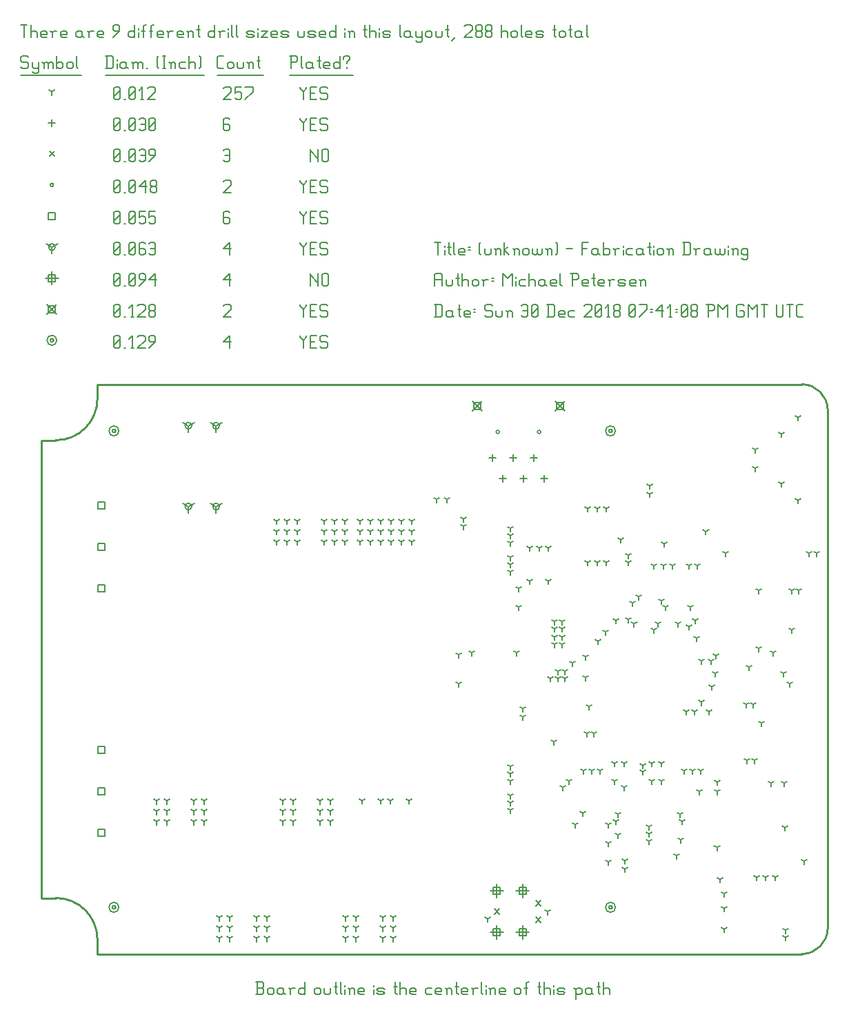
<source format=gbr>
G04 start of page 15 for group -3984 idx -3984 *
G04 Title: (unknown), fab *
G04 Creator: pcb 20140316 *
G04 CreationDate: Sun 30 Dec 2018 07:41:08 PM GMT UTC *
G04 For: railfan *
G04 Format: Gerber/RS-274X *
G04 PCB-Dimensions (mil): 4000.00 2950.00 *
G04 PCB-Coordinate-Origin: lower left *
%MOIN*%
%FSLAX25Y25*%
%LNFAB*%
%ADD188C,0.0100*%
%ADD187C,0.0060*%
%ADD186R,0.0080X0.0080*%
G54D186*X284200Y32500D02*G75*G03X285800Y32500I800J0D01*G01*
G75*G03X284200Y32500I-800J0D01*G01*
X282600D02*G75*G03X287400Y32500I2400J0D01*G01*
G75*G03X282600Y32500I-2400J0D01*G01*
X44200D02*G75*G03X45800Y32500I800J0D01*G01*
G75*G03X44200Y32500I-800J0D01*G01*
X42600D02*G75*G03X47400Y32500I2400J0D01*G01*
G75*G03X42600Y32500I-2400J0D01*G01*
X284200Y262500D02*G75*G03X285800Y262500I800J0D01*G01*
G75*G03X284200Y262500I-800J0D01*G01*
X282600D02*G75*G03X287400Y262500I2400J0D01*G01*
G75*G03X282600Y262500I-2400J0D01*G01*
X44200D02*G75*G03X45800Y262500I800J0D01*G01*
G75*G03X44200Y262500I-800J0D01*G01*
X42600D02*G75*G03X47400Y262500I2400J0D01*G01*
G75*G03X42600Y262500I-2400J0D01*G01*
X14200Y306250D02*G75*G03X15800Y306250I800J0D01*G01*
G75*G03X14200Y306250I-800J0D01*G01*
X12600D02*G75*G03X17400Y306250I2400J0D01*G01*
G75*G03X12600Y306250I-2400J0D01*G01*
G54D187*X135000Y308500D02*Y307750D01*
X136500Y306250D01*
X138000Y307750D01*
Y308500D02*Y307750D01*
X136500Y306250D02*Y302500D01*
X139800Y305500D02*X142050D01*
X139800Y302500D02*X142800D01*
X139800Y308500D02*Y302500D01*
Y308500D02*X142800D01*
X147600D02*X148350Y307750D01*
X145350Y308500D02*X147600D01*
X144600Y307750D02*X145350Y308500D01*
X144600Y307750D02*Y306250D01*
X145350Y305500D01*
X147600D01*
X148350Y304750D01*
Y303250D01*
X147600Y302500D02*X148350Y303250D01*
X145350Y302500D02*X147600D01*
X144600Y303250D02*X145350Y302500D01*
X98000Y305500D02*X101000Y308500D01*
X98000Y305500D02*X101750D01*
X101000Y308500D02*Y302500D01*
X45000Y303250D02*X45750Y302500D01*
X45000Y307750D02*Y303250D01*
Y307750D02*X45750Y308500D01*
X47250D01*
X48000Y307750D01*
Y303250D01*
X47250Y302500D02*X48000Y303250D01*
X45750Y302500D02*X47250D01*
X45000Y304000D02*X48000Y307000D01*
X49800Y302500D02*X50550D01*
X53100D02*X54600D01*
X53850Y308500D02*Y302500D01*
X52350Y307000D02*X53850Y308500D01*
X56400Y307750D02*X57150Y308500D01*
X59400D01*
X60150Y307750D01*
Y306250D01*
X56400Y302500D02*X60150Y306250D01*
X56400Y302500D02*X60150D01*
X61950D02*X64950Y305500D01*
Y307750D02*Y305500D01*
X64200Y308500D02*X64950Y307750D01*
X62700Y308500D02*X64200D01*
X61950Y307750D02*X62700Y308500D01*
X61950Y307750D02*Y306250D01*
X62700Y305500D01*
X64950D01*
X258100Y276900D02*X262900Y272100D01*
X258100D02*X262900Y276900D01*
X258900Y276100D02*X262100D01*
X258900D02*Y272900D01*
X262100D01*
Y276100D02*Y272900D01*
X218100Y276900D02*X222900Y272100D01*
X218100D02*X222900Y276900D01*
X218900Y276100D02*X222100D01*
X218900D02*Y272900D01*
X222100D01*
Y276100D02*Y272900D01*
X12600Y323650D02*X17400Y318850D01*
X12600D02*X17400Y323650D01*
X13400Y322850D02*X16600D01*
X13400D02*Y319650D01*
X16600D01*
Y322850D02*Y319650D01*
X135000Y323500D02*Y322750D01*
X136500Y321250D01*
X138000Y322750D01*
Y323500D02*Y322750D01*
X136500Y321250D02*Y317500D01*
X139800Y320500D02*X142050D01*
X139800Y317500D02*X142800D01*
X139800Y323500D02*Y317500D01*
Y323500D02*X142800D01*
X147600D02*X148350Y322750D01*
X145350Y323500D02*X147600D01*
X144600Y322750D02*X145350Y323500D01*
X144600Y322750D02*Y321250D01*
X145350Y320500D01*
X147600D01*
X148350Y319750D01*
Y318250D01*
X147600Y317500D02*X148350Y318250D01*
X145350Y317500D02*X147600D01*
X144600Y318250D02*X145350Y317500D01*
X98000Y322750D02*X98750Y323500D01*
X101000D01*
X101750Y322750D01*
Y321250D01*
X98000Y317500D02*X101750Y321250D01*
X98000Y317500D02*X101750D01*
X45000Y318250D02*X45750Y317500D01*
X45000Y322750D02*Y318250D01*
Y322750D02*X45750Y323500D01*
X47250D01*
X48000Y322750D01*
Y318250D01*
X47250Y317500D02*X48000Y318250D01*
X45750Y317500D02*X47250D01*
X45000Y319000D02*X48000Y322000D01*
X49800Y317500D02*X50550D01*
X53100D02*X54600D01*
X53850Y323500D02*Y317500D01*
X52350Y322000D02*X53850Y323500D01*
X56400Y322750D02*X57150Y323500D01*
X59400D01*
X60150Y322750D01*
Y321250D01*
X56400Y317500D02*X60150Y321250D01*
X56400Y317500D02*X60150D01*
X61950Y318250D02*X62700Y317500D01*
X61950Y319750D02*Y318250D01*
Y319750D02*X62700Y320500D01*
X64200D01*
X64950Y319750D01*
Y318250D01*
X64200Y317500D02*X64950Y318250D01*
X62700Y317500D02*X64200D01*
X61950Y321250D02*X62700Y320500D01*
X61950Y322750D02*Y321250D01*
Y322750D02*X62700Y323500D01*
X64200D01*
X64950Y322750D01*
Y321250D01*
X64200Y320500D02*X64950Y321250D01*
X230000Y43700D02*Y37300D01*
X226800Y40500D02*X233200D01*
X228400Y42100D02*X231600D01*
X228400D02*Y38900D01*
X231600D01*
Y42100D02*Y38900D01*
X242500Y43700D02*Y37300D01*
X239300Y40500D02*X245700D01*
X240900Y42100D02*X244100D01*
X240900D02*Y38900D01*
X244100D01*
Y42100D02*Y38900D01*
X242500Y23700D02*Y17300D01*
X239300Y20500D02*X245700D01*
X240900Y22100D02*X244100D01*
X240900D02*Y18900D01*
X244100D01*
Y22100D02*Y18900D01*
X230000Y23700D02*Y17300D01*
X226800Y20500D02*X233200D01*
X228400Y22100D02*X231600D01*
X228400D02*Y18900D01*
X231600D01*
Y22100D02*Y18900D01*
X15000Y339450D02*Y333050D01*
X11800Y336250D02*X18200D01*
X13400Y337850D02*X16600D01*
X13400D02*Y334650D01*
X16600D01*
Y337850D02*Y334650D01*
X140000Y338500D02*Y332500D01*
Y338500D02*Y337750D01*
X143750Y334000D01*
Y338500D02*Y332500D01*
X145550Y337750D02*Y333250D01*
Y337750D02*X146300Y338500D01*
X147800D01*
X148550Y337750D01*
Y333250D01*
X147800Y332500D02*X148550Y333250D01*
X146300Y332500D02*X147800D01*
X145550Y333250D02*X146300Y332500D01*
X98000Y335500D02*X101000Y338500D01*
X98000Y335500D02*X101750D01*
X101000Y338500D02*Y332500D01*
X45000Y333250D02*X45750Y332500D01*
X45000Y337750D02*Y333250D01*
Y337750D02*X45750Y338500D01*
X47250D01*
X48000Y337750D01*
Y333250D01*
X47250Y332500D02*X48000Y333250D01*
X45750Y332500D02*X47250D01*
X45000Y334000D02*X48000Y337000D01*
X49800Y332500D02*X50550D01*
X52350Y333250D02*X53100Y332500D01*
X52350Y337750D02*Y333250D01*
Y337750D02*X53100Y338500D01*
X54600D01*
X55350Y337750D01*
Y333250D01*
X54600Y332500D02*X55350Y333250D01*
X53100Y332500D02*X54600D01*
X52350Y334000D02*X55350Y337000D01*
X57150Y332500D02*X60150Y335500D01*
Y337750D02*Y335500D01*
X59400Y338500D02*X60150Y337750D01*
X57900Y338500D02*X59400D01*
X57150Y337750D02*X57900Y338500D01*
X57150Y337750D02*Y336250D01*
X57900Y335500D01*
X60150D01*
X61950D02*X64950Y338500D01*
X61950Y335500D02*X65700D01*
X64950Y338500D02*Y332500D01*
X94400Y265000D02*Y261800D01*
Y265000D02*X97173Y266600D01*
X94400Y265000D02*X91627Y266600D01*
X92800Y265000D02*G75*G03X96000Y265000I1600J0D01*G01*
G75*G03X92800Y265000I-1600J0D01*G01*
X81000D02*Y261800D01*
Y265000D02*X83773Y266600D01*
X81000Y265000D02*X78227Y266600D01*
X79400Y265000D02*G75*G03X82600Y265000I1600J0D01*G01*
G75*G03X79400Y265000I-1600J0D01*G01*
X94400Y226000D02*Y222800D01*
Y226000D02*X97173Y227600D01*
X94400Y226000D02*X91627Y227600D01*
X92800Y226000D02*G75*G03X96000Y226000I1600J0D01*G01*
G75*G03X92800Y226000I-1600J0D01*G01*
X81000D02*Y222800D01*
Y226000D02*X83773Y227600D01*
X81000Y226000D02*X78227Y227600D01*
X79400Y226000D02*G75*G03X82600Y226000I1600J0D01*G01*
G75*G03X79400Y226000I-1600J0D01*G01*
X15000Y351250D02*Y348050D01*
Y351250D02*X17773Y352850D01*
X15000Y351250D02*X12227Y352850D01*
X13400Y351250D02*G75*G03X16600Y351250I1600J0D01*G01*
G75*G03X13400Y351250I-1600J0D01*G01*
X135000Y353500D02*Y352750D01*
X136500Y351250D01*
X138000Y352750D01*
Y353500D02*Y352750D01*
X136500Y351250D02*Y347500D01*
X139800Y350500D02*X142050D01*
X139800Y347500D02*X142800D01*
X139800Y353500D02*Y347500D01*
Y353500D02*X142800D01*
X147600D02*X148350Y352750D01*
X145350Y353500D02*X147600D01*
X144600Y352750D02*X145350Y353500D01*
X144600Y352750D02*Y351250D01*
X145350Y350500D01*
X147600D01*
X148350Y349750D01*
Y348250D01*
X147600Y347500D02*X148350Y348250D01*
X145350Y347500D02*X147600D01*
X144600Y348250D02*X145350Y347500D01*
X98000Y350500D02*X101000Y353500D01*
X98000Y350500D02*X101750D01*
X101000Y353500D02*Y347500D01*
X45000Y348250D02*X45750Y347500D01*
X45000Y352750D02*Y348250D01*
Y352750D02*X45750Y353500D01*
X47250D01*
X48000Y352750D01*
Y348250D01*
X47250Y347500D02*X48000Y348250D01*
X45750Y347500D02*X47250D01*
X45000Y349000D02*X48000Y352000D01*
X49800Y347500D02*X50550D01*
X52350Y348250D02*X53100Y347500D01*
X52350Y352750D02*Y348250D01*
Y352750D02*X53100Y353500D01*
X54600D01*
X55350Y352750D01*
Y348250D01*
X54600Y347500D02*X55350Y348250D01*
X53100Y347500D02*X54600D01*
X52350Y349000D02*X55350Y352000D01*
X59400Y353500D02*X60150Y352750D01*
X57900Y353500D02*X59400D01*
X57150Y352750D02*X57900Y353500D01*
X57150Y352750D02*Y348250D01*
X57900Y347500D01*
X59400Y350500D02*X60150Y349750D01*
X57150Y350500D02*X59400D01*
X57900Y347500D02*X59400D01*
X60150Y348250D01*
Y349750D02*Y348250D01*
X61950Y352750D02*X62700Y353500D01*
X64200D01*
X64950Y352750D01*
Y348250D01*
X64200Y347500D02*X64950Y348250D01*
X62700Y347500D02*X64200D01*
X61950Y348250D02*X62700Y347500D01*
Y350500D02*X64950D01*
X37400Y110100D02*X40600D01*
X37400D02*Y106900D01*
X40600D01*
Y110100D02*Y106900D01*
X37400Y90100D02*X40600D01*
X37400D02*Y86900D01*
X40600D01*
Y90100D02*Y86900D01*
X37400Y70100D02*X40600D01*
X37400D02*Y66900D01*
X40600D01*
Y70100D02*Y66900D01*
X37400Y228100D02*X40600D01*
X37400D02*Y224900D01*
X40600D01*
Y228100D02*Y224900D01*
X37400Y208100D02*X40600D01*
X37400D02*Y204900D01*
X40600D01*
Y208100D02*Y204900D01*
X37400Y188100D02*X40600D01*
X37400D02*Y184900D01*
X40600D01*
Y188100D02*Y184900D01*
X13400Y367850D02*X16600D01*
X13400D02*Y364650D01*
X16600D01*
Y367850D02*Y364650D01*
X135000Y368500D02*Y367750D01*
X136500Y366250D01*
X138000Y367750D01*
Y368500D02*Y367750D01*
X136500Y366250D02*Y362500D01*
X139800Y365500D02*X142050D01*
X139800Y362500D02*X142800D01*
X139800Y368500D02*Y362500D01*
Y368500D02*X142800D01*
X147600D02*X148350Y367750D01*
X145350Y368500D02*X147600D01*
X144600Y367750D02*X145350Y368500D01*
X144600Y367750D02*Y366250D01*
X145350Y365500D01*
X147600D01*
X148350Y364750D01*
Y363250D01*
X147600Y362500D02*X148350Y363250D01*
X145350Y362500D02*X147600D01*
X144600Y363250D02*X145350Y362500D01*
X100250Y368500D02*X101000Y367750D01*
X98750Y368500D02*X100250D01*
X98000Y367750D02*X98750Y368500D01*
X98000Y367750D02*Y363250D01*
X98750Y362500D01*
X100250Y365500D02*X101000Y364750D01*
X98000Y365500D02*X100250D01*
X98750Y362500D02*X100250D01*
X101000Y363250D01*
Y364750D02*Y363250D01*
X45000D02*X45750Y362500D01*
X45000Y367750D02*Y363250D01*
Y367750D02*X45750Y368500D01*
X47250D01*
X48000Y367750D01*
Y363250D01*
X47250Y362500D02*X48000Y363250D01*
X45750Y362500D02*X47250D01*
X45000Y364000D02*X48000Y367000D01*
X49800Y362500D02*X50550D01*
X52350Y363250D02*X53100Y362500D01*
X52350Y367750D02*Y363250D01*
Y367750D02*X53100Y368500D01*
X54600D01*
X55350Y367750D01*
Y363250D01*
X54600Y362500D02*X55350Y363250D01*
X53100Y362500D02*X54600D01*
X52350Y364000D02*X55350Y367000D01*
X57150Y368500D02*X60150D01*
X57150D02*Y365500D01*
X57900Y366250D01*
X59400D01*
X60150Y365500D01*
Y363250D01*
X59400Y362500D02*X60150Y363250D01*
X57900Y362500D02*X59400D01*
X57150Y363250D02*X57900Y362500D01*
X61950Y368500D02*X64950D01*
X61950D02*Y365500D01*
X62700Y366250D01*
X64200D01*
X64950Y365500D01*
Y363250D01*
X64200Y362500D02*X64950Y363250D01*
X62700Y362500D02*X64200D01*
X61950Y363250D02*X62700Y362500D01*
X249700Y262000D02*G75*G03X251300Y262000I800J0D01*G01*
G75*G03X249700Y262000I-800J0D01*G01*
X229700D02*G75*G03X231300Y262000I800J0D01*G01*
G75*G03X229700Y262000I-800J0D01*G01*
X14200Y381250D02*G75*G03X15800Y381250I800J0D01*G01*
G75*G03X14200Y381250I-800J0D01*G01*
X135000Y383500D02*Y382750D01*
X136500Y381250D01*
X138000Y382750D01*
Y383500D02*Y382750D01*
X136500Y381250D02*Y377500D01*
X139800Y380500D02*X142050D01*
X139800Y377500D02*X142800D01*
X139800Y383500D02*Y377500D01*
Y383500D02*X142800D01*
X147600D02*X148350Y382750D01*
X145350Y383500D02*X147600D01*
X144600Y382750D02*X145350Y383500D01*
X144600Y382750D02*Y381250D01*
X145350Y380500D01*
X147600D01*
X148350Y379750D01*
Y378250D01*
X147600Y377500D02*X148350Y378250D01*
X145350Y377500D02*X147600D01*
X144600Y378250D02*X145350Y377500D01*
X98000Y382750D02*X98750Y383500D01*
X101000D01*
X101750Y382750D01*
Y381250D01*
X98000Y377500D02*X101750Y381250D01*
X98000Y377500D02*X101750D01*
X45000Y378250D02*X45750Y377500D01*
X45000Y382750D02*Y378250D01*
Y382750D02*X45750Y383500D01*
X47250D01*
X48000Y382750D01*
Y378250D01*
X47250Y377500D02*X48000Y378250D01*
X45750Y377500D02*X47250D01*
X45000Y379000D02*X48000Y382000D01*
X49800Y377500D02*X50550D01*
X52350Y378250D02*X53100Y377500D01*
X52350Y382750D02*Y378250D01*
Y382750D02*X53100Y383500D01*
X54600D01*
X55350Y382750D01*
Y378250D01*
X54600Y377500D02*X55350Y378250D01*
X53100Y377500D02*X54600D01*
X52350Y379000D02*X55350Y382000D01*
X57150Y380500D02*X60150Y383500D01*
X57150Y380500D02*X60900D01*
X60150Y383500D02*Y377500D01*
X62700Y378250D02*X63450Y377500D01*
X62700Y379750D02*Y378250D01*
Y379750D02*X63450Y380500D01*
X64950D01*
X65700Y379750D01*
Y378250D01*
X64950Y377500D02*X65700Y378250D01*
X63450Y377500D02*X64950D01*
X62700Y381250D02*X63450Y380500D01*
X62700Y382750D02*Y381250D01*
Y382750D02*X63450Y383500D01*
X64950D01*
X65700Y382750D01*
Y381250D01*
X64950Y380500D02*X65700Y381250D01*
X228800Y31700D02*X231200Y29300D01*
X228800D02*X231200Y31700D01*
X248800Y35700D02*X251200Y33300D01*
X248800D02*X251200Y35700D01*
X248800Y27700D02*X251200Y25300D01*
X248800D02*X251200Y27700D01*
X13800Y397450D02*X16200Y395050D01*
X13800D02*X16200Y397450D01*
X140000Y398500D02*Y392500D01*
Y398500D02*Y397750D01*
X143750Y394000D01*
Y398500D02*Y392500D01*
X145550Y397750D02*Y393250D01*
Y397750D02*X146300Y398500D01*
X147800D01*
X148550Y397750D01*
Y393250D01*
X147800Y392500D02*X148550Y393250D01*
X146300Y392500D02*X147800D01*
X145550Y393250D02*X146300Y392500D01*
X98000Y397750D02*X98750Y398500D01*
X100250D01*
X101000Y397750D01*
Y393250D01*
X100250Y392500D02*X101000Y393250D01*
X98750Y392500D02*X100250D01*
X98000Y393250D02*X98750Y392500D01*
Y395500D02*X101000D01*
X45000Y393250D02*X45750Y392500D01*
X45000Y397750D02*Y393250D01*
Y397750D02*X45750Y398500D01*
X47250D01*
X48000Y397750D01*
Y393250D01*
X47250Y392500D02*X48000Y393250D01*
X45750Y392500D02*X47250D01*
X45000Y394000D02*X48000Y397000D01*
X49800Y392500D02*X50550D01*
X52350Y393250D02*X53100Y392500D01*
X52350Y397750D02*Y393250D01*
Y397750D02*X53100Y398500D01*
X54600D01*
X55350Y397750D01*
Y393250D01*
X54600Y392500D02*X55350Y393250D01*
X53100Y392500D02*X54600D01*
X52350Y394000D02*X55350Y397000D01*
X57150Y397750D02*X57900Y398500D01*
X59400D01*
X60150Y397750D01*
Y393250D01*
X59400Y392500D02*X60150Y393250D01*
X57900Y392500D02*X59400D01*
X57150Y393250D02*X57900Y392500D01*
Y395500D02*X60150D01*
X61950Y392500D02*X64950Y395500D01*
Y397750D02*Y395500D01*
X64200Y398500D02*X64950Y397750D01*
X62700Y398500D02*X64200D01*
X61950Y397750D02*X62700Y398500D01*
X61950Y397750D02*Y396250D01*
X62700Y395500D01*
X64950D01*
X253000Y241100D02*Y237900D01*
X251400Y239500D02*X254600D01*
X248000Y251100D02*Y247900D01*
X246400Y249500D02*X249600D01*
X243000Y241100D02*Y237900D01*
X241400Y239500D02*X244600D01*
X238000Y251100D02*Y247900D01*
X236400Y249500D02*X239600D01*
X233000Y241100D02*Y237900D01*
X231400Y239500D02*X234600D01*
X228000Y251100D02*Y247900D01*
X226400Y249500D02*X229600D01*
X15000Y412850D02*Y409650D01*
X13400Y411250D02*X16600D01*
X135000Y413500D02*Y412750D01*
X136500Y411250D01*
X138000Y412750D01*
Y413500D02*Y412750D01*
X136500Y411250D02*Y407500D01*
X139800Y410500D02*X142050D01*
X139800Y407500D02*X142800D01*
X139800Y413500D02*Y407500D01*
Y413500D02*X142800D01*
X147600D02*X148350Y412750D01*
X145350Y413500D02*X147600D01*
X144600Y412750D02*X145350Y413500D01*
X144600Y412750D02*Y411250D01*
X145350Y410500D01*
X147600D01*
X148350Y409750D01*
Y408250D01*
X147600Y407500D02*X148350Y408250D01*
X145350Y407500D02*X147600D01*
X144600Y408250D02*X145350Y407500D01*
X100250Y413500D02*X101000Y412750D01*
X98750Y413500D02*X100250D01*
X98000Y412750D02*X98750Y413500D01*
X98000Y412750D02*Y408250D01*
X98750Y407500D01*
X100250Y410500D02*X101000Y409750D01*
X98000Y410500D02*X100250D01*
X98750Y407500D02*X100250D01*
X101000Y408250D01*
Y409750D02*Y408250D01*
X45000D02*X45750Y407500D01*
X45000Y412750D02*Y408250D01*
Y412750D02*X45750Y413500D01*
X47250D01*
X48000Y412750D01*
Y408250D01*
X47250Y407500D02*X48000Y408250D01*
X45750Y407500D02*X47250D01*
X45000Y409000D02*X48000Y412000D01*
X49800Y407500D02*X50550D01*
X52350Y408250D02*X53100Y407500D01*
X52350Y412750D02*Y408250D01*
Y412750D02*X53100Y413500D01*
X54600D01*
X55350Y412750D01*
Y408250D01*
X54600Y407500D02*X55350Y408250D01*
X53100Y407500D02*X54600D01*
X52350Y409000D02*X55350Y412000D01*
X57150Y412750D02*X57900Y413500D01*
X59400D01*
X60150Y412750D01*
Y408250D01*
X59400Y407500D02*X60150Y408250D01*
X57900Y407500D02*X59400D01*
X57150Y408250D02*X57900Y407500D01*
Y410500D02*X60150D01*
X61950Y408250D02*X62700Y407500D01*
X61950Y412750D02*Y408250D01*
Y412750D02*X62700Y413500D01*
X64200D01*
X64950Y412750D01*
Y408250D01*
X64200Y407500D02*X64950Y408250D01*
X62700Y407500D02*X64200D01*
X61950Y409000D02*X64950Y412000D01*
X189000Y209000D02*Y207400D01*
Y209000D02*X190387Y209800D01*
X189000Y209000D02*X187613Y209800D01*
X189000Y214000D02*Y212400D01*
Y214000D02*X190387Y214800D01*
X189000Y214000D02*X187613Y214800D01*
X189000Y219000D02*Y217400D01*
Y219000D02*X190387Y219800D01*
X189000Y219000D02*X187613Y219800D01*
X184000Y219000D02*Y217400D01*
Y219000D02*X185387Y219800D01*
X184000Y219000D02*X182613Y219800D01*
X184000Y214000D02*Y212400D01*
Y214000D02*X185387Y214800D01*
X184000Y214000D02*X182613Y214800D01*
X184000Y209000D02*Y207400D01*
Y209000D02*X185387Y209800D01*
X184000Y209000D02*X182613Y209800D01*
X179000Y209000D02*Y207400D01*
Y209000D02*X180387Y209800D01*
X179000Y209000D02*X177613Y209800D01*
X179000Y214000D02*Y212400D01*
Y214000D02*X180387Y214800D01*
X179000Y214000D02*X177613Y214800D01*
X179000Y219000D02*Y217400D01*
Y219000D02*X180387Y219800D01*
X179000Y219000D02*X177613Y219800D01*
X174000Y219000D02*Y217400D01*
Y219000D02*X175387Y219800D01*
X174000Y219000D02*X172613Y219800D01*
X174000Y214000D02*Y212400D01*
Y214000D02*X175387Y214800D01*
X174000Y214000D02*X172613Y214800D01*
X174000Y209000D02*Y207400D01*
Y209000D02*X175387Y209800D01*
X174000Y209000D02*X172613Y209800D01*
X169000Y209000D02*Y207400D01*
Y209000D02*X170387Y209800D01*
X169000Y209000D02*X167613Y209800D01*
X169000Y214000D02*Y212400D01*
Y214000D02*X170387Y214800D01*
X169000Y214000D02*X167613Y214800D01*
X169000Y219000D02*Y217400D01*
Y219000D02*X170387Y219800D01*
X169000Y219000D02*X167613Y219800D01*
X164000Y219000D02*Y217400D01*
Y219000D02*X165387Y219800D01*
X164000Y219000D02*X162613Y219800D01*
X164000Y214000D02*Y212400D01*
Y214000D02*X165387Y214800D01*
X164000Y214000D02*X162613Y214800D01*
X164000Y209000D02*Y207400D01*
Y209000D02*X165387Y209800D01*
X164000Y209000D02*X162613Y209800D01*
X187500Y84000D02*Y82400D01*
Y84000D02*X188887Y84800D01*
X187500Y84000D02*X186113Y84800D01*
X178500Y84000D02*Y82400D01*
Y84000D02*X179887Y84800D01*
X178500Y84000D02*X177113Y84800D01*
X174000Y84000D02*Y82400D01*
Y84000D02*X175387Y84800D01*
X174000Y84000D02*X172613Y84800D01*
X165000Y84000D02*Y82400D01*
Y84000D02*X166387Y84800D01*
X165000Y84000D02*X163613Y84800D01*
X123500Y219000D02*Y217400D01*
Y219000D02*X124887Y219800D01*
X123500Y219000D02*X122113Y219800D01*
X123500Y214000D02*Y212400D01*
Y214000D02*X124887Y214800D01*
X123500Y214000D02*X122113Y214800D01*
X123500Y209000D02*Y207400D01*
Y209000D02*X124887Y209800D01*
X123500Y209000D02*X122113Y209800D01*
X128500Y209000D02*Y207400D01*
Y209000D02*X129887Y209800D01*
X128500Y209000D02*X127113Y209800D01*
X128500Y214000D02*Y212400D01*
Y214000D02*X129887Y214800D01*
X128500Y214000D02*X127113Y214800D01*
X128500Y219000D02*Y217400D01*
Y219000D02*X129887Y219800D01*
X128500Y219000D02*X127113Y219800D01*
X133500Y209000D02*Y207400D01*
Y209000D02*X134887Y209800D01*
X133500Y209000D02*X132113Y209800D01*
X133500Y214000D02*Y212400D01*
Y214000D02*X134887Y214800D01*
X133500Y214000D02*X132113Y214800D01*
X133500Y219000D02*Y217400D01*
Y219000D02*X134887Y219800D01*
X133500Y219000D02*X132113Y219800D01*
X156500Y219000D02*Y217400D01*
Y219000D02*X157887Y219800D01*
X156500Y219000D02*X155113Y219800D01*
X156500Y214000D02*Y212400D01*
Y214000D02*X157887Y214800D01*
X156500Y214000D02*X155113Y214800D01*
X156500Y209000D02*Y207400D01*
Y209000D02*X157887Y209800D01*
X156500Y209000D02*X155113Y209800D01*
X151500Y209000D02*Y207400D01*
Y209000D02*X152887Y209800D01*
X151500Y209000D02*X150113Y209800D01*
X151500Y214000D02*Y212400D01*
Y214000D02*X152887Y214800D01*
X151500Y214000D02*X150113Y214800D01*
X151500Y219000D02*Y217400D01*
Y219000D02*X152887Y219800D01*
X151500Y219000D02*X150113Y219800D01*
X146500Y209000D02*Y207400D01*
Y209000D02*X147887Y209800D01*
X146500Y209000D02*X145113Y209800D01*
X146500Y214000D02*Y212400D01*
Y214000D02*X147887Y214800D01*
X146500Y214000D02*X145113Y214800D01*
X146500Y219000D02*Y217400D01*
Y219000D02*X147887Y219800D01*
X146500Y219000D02*X145113Y219800D01*
X149500Y73900D02*Y72300D01*
Y73900D02*X150887Y74700D01*
X149500Y73900D02*X148113Y74700D01*
X149500Y78900D02*Y77300D01*
Y78900D02*X150887Y79700D01*
X149500Y78900D02*X148113Y79700D01*
X149500Y83900D02*Y82300D01*
Y83900D02*X150887Y84700D01*
X149500Y83900D02*X148113Y84700D01*
X144500Y73900D02*Y72300D01*
Y73900D02*X145887Y74700D01*
X144500Y73900D02*X143113Y74700D01*
X144500Y78900D02*Y77300D01*
Y78900D02*X145887Y79700D01*
X144500Y78900D02*X143113Y79700D01*
X144500Y83900D02*Y82300D01*
Y83900D02*X145887Y84700D01*
X144500Y83900D02*X143113Y84700D01*
X88500Y73900D02*Y72300D01*
Y73900D02*X89887Y74700D01*
X88500Y73900D02*X87113Y74700D01*
X88500Y78900D02*Y77300D01*
Y78900D02*X89887Y79700D01*
X88500Y78900D02*X87113Y79700D01*
X88500Y83900D02*Y82300D01*
Y83900D02*X89887Y84700D01*
X88500Y83900D02*X87113Y84700D01*
X83500Y73900D02*Y72300D01*
Y73900D02*X84887Y74700D01*
X83500Y73900D02*X82113Y74700D01*
X83500Y78900D02*Y77300D01*
Y78900D02*X84887Y79700D01*
X83500Y78900D02*X82113Y79700D01*
X83500Y83900D02*Y82300D01*
Y83900D02*X84887Y84700D01*
X83500Y83900D02*X82113Y84700D01*
X65500Y73900D02*Y72300D01*
Y73900D02*X66887Y74700D01*
X65500Y73900D02*X64113Y74700D01*
X65500Y78900D02*Y77300D01*
Y78900D02*X66887Y79700D01*
X65500Y78900D02*X64113Y79700D01*
X65500Y83900D02*Y82300D01*
Y83900D02*X66887Y84700D01*
X65500Y83900D02*X64113Y84700D01*
X70500Y73900D02*Y72300D01*
Y73900D02*X71887Y74700D01*
X70500Y73900D02*X69113Y74700D01*
X70500Y78900D02*Y77300D01*
Y78900D02*X71887Y79700D01*
X70500Y78900D02*X69113Y79700D01*
X70500Y83900D02*Y82300D01*
Y83900D02*X71887Y84700D01*
X70500Y83900D02*X69113Y84700D01*
X126500Y73900D02*Y72300D01*
Y73900D02*X127887Y74700D01*
X126500Y73900D02*X125113Y74700D01*
X126500Y78900D02*Y77300D01*
Y78900D02*X127887Y79700D01*
X126500Y78900D02*X125113Y79700D01*
X126500Y83900D02*Y82300D01*
Y83900D02*X127887Y84700D01*
X126500Y83900D02*X125113Y84700D01*
X131500Y73900D02*Y72300D01*
Y73900D02*X132887Y74700D01*
X131500Y73900D02*X130113Y74700D01*
X131500Y78900D02*Y77300D01*
Y78900D02*X132887Y79700D01*
X131500Y78900D02*X130113Y79700D01*
X131500Y83900D02*Y82300D01*
Y83900D02*X132887Y84700D01*
X131500Y83900D02*X130113Y84700D01*
X180000Y27600D02*Y26000D01*
Y27600D02*X181387Y28400D01*
X180000Y27600D02*X178613Y28400D01*
X180000Y22600D02*Y21000D01*
Y22600D02*X181387Y23400D01*
X180000Y22600D02*X178613Y23400D01*
X180000Y17600D02*Y16000D01*
Y17600D02*X181387Y18400D01*
X180000Y17600D02*X178613Y18400D01*
X175000Y27600D02*Y26000D01*
Y27600D02*X176387Y28400D01*
X175000Y27600D02*X173613Y28400D01*
X175000Y22600D02*Y21000D01*
Y22600D02*X176387Y23400D01*
X175000Y22600D02*X173613Y23400D01*
X175000Y17600D02*Y16000D01*
Y17600D02*X176387Y18400D01*
X175000Y17600D02*X173613Y18400D01*
X119000Y27600D02*Y26000D01*
Y27600D02*X120387Y28400D01*
X119000Y27600D02*X117613Y28400D01*
X119000Y22600D02*Y21000D01*
Y22600D02*X120387Y23400D01*
X119000Y22600D02*X117613Y23400D01*
X119000Y17600D02*Y16000D01*
Y17600D02*X120387Y18400D01*
X119000Y17600D02*X117613Y18400D01*
X114000Y27600D02*Y26000D01*
Y27600D02*X115387Y28400D01*
X114000Y27600D02*X112613Y28400D01*
X114000Y22600D02*Y21000D01*
Y22600D02*X115387Y23400D01*
X114000Y22600D02*X112613Y23400D01*
X114000Y17600D02*Y16000D01*
Y17600D02*X115387Y18400D01*
X114000Y17600D02*X112613Y18400D01*
X96000Y27600D02*Y26000D01*
Y27600D02*X97387Y28400D01*
X96000Y27600D02*X94613Y28400D01*
X96000Y22600D02*Y21000D01*
Y22600D02*X97387Y23400D01*
X96000Y22600D02*X94613Y23400D01*
X96000Y17600D02*Y16000D01*
Y17600D02*X97387Y18400D01*
X96000Y17600D02*X94613Y18400D01*
X101000Y27600D02*Y26000D01*
Y27600D02*X102387Y28400D01*
X101000Y27600D02*X99613Y28400D01*
X101000Y22600D02*Y21000D01*
Y22600D02*X102387Y23400D01*
X101000Y22600D02*X99613Y23400D01*
X101000Y17600D02*Y16000D01*
Y17600D02*X102387Y18400D01*
X101000Y17600D02*X99613Y18400D01*
X157000Y27600D02*Y26000D01*
Y27600D02*X158387Y28400D01*
X157000Y27600D02*X155613Y28400D01*
X157000Y22600D02*Y21000D01*
Y22600D02*X158387Y23400D01*
X157000Y22600D02*X155613Y23400D01*
X157000Y17600D02*Y16000D01*
Y17600D02*X158387Y18400D01*
X157000Y17600D02*X155613Y18400D01*
X162000Y27600D02*Y26000D01*
Y27600D02*X163387Y28400D01*
X162000Y27600D02*X160613Y28400D01*
X162000Y22600D02*Y21000D01*
Y22600D02*X163387Y23400D01*
X162000Y22600D02*X160613Y23400D01*
X162000Y17600D02*Y16000D01*
Y17600D02*X163387Y18400D01*
X162000Y17600D02*X160613Y18400D01*
X236500Y100500D02*Y98900D01*
Y100500D02*X237887Y101300D01*
X236500Y100500D02*X235113Y101300D01*
X236500Y97000D02*Y95400D01*
Y97000D02*X237887Y97800D01*
X236500Y97000D02*X235113Y97800D01*
X236500Y93500D02*Y91900D01*
Y93500D02*X237887Y94300D01*
X236500Y93500D02*X235113Y94300D01*
X236500Y86500D02*Y84900D01*
Y86500D02*X237887Y87300D01*
X236500Y86500D02*X235113Y87300D01*
X236500Y83000D02*Y81400D01*
Y83000D02*X237887Y83800D01*
X236500Y83000D02*X235113Y83800D01*
X236500Y79500D02*Y77900D01*
Y79500D02*X237887Y80300D01*
X236500Y79500D02*X235113Y80300D01*
X236500Y194500D02*Y192900D01*
Y194500D02*X237887Y195300D01*
X236500Y194500D02*X235113Y195300D01*
X236500Y198000D02*Y196400D01*
Y198000D02*X237887Y198800D01*
X236500Y198000D02*X235113Y198800D01*
X236500Y201500D02*Y199900D01*
Y201500D02*X237887Y202300D01*
X236500Y201500D02*X235113Y202300D01*
X236500Y208500D02*Y206900D01*
Y208500D02*X237887Y209300D01*
X236500Y208500D02*X235113Y209300D01*
X236500Y212000D02*Y210400D01*
Y212000D02*X237887Y212800D01*
X236500Y212000D02*X235113Y212800D01*
X236500Y215500D02*Y213900D01*
Y215500D02*X237887Y216300D01*
X236500Y215500D02*X235113Y216300D01*
X239500Y155500D02*Y153900D01*
Y155500D02*X240887Y156300D01*
X239500Y155500D02*X238113Y156300D01*
X218000Y155500D02*Y153900D01*
Y155500D02*X219387Y156300D01*
X218000Y155500D02*X216613Y156300D01*
X242500Y124500D02*Y122900D01*
Y124500D02*X243887Y125300D01*
X242500Y124500D02*X241113Y125300D01*
X242500Y128500D02*Y126900D01*
Y128500D02*X243887Y129300D01*
X242500Y128500D02*X241113Y129300D01*
X258000Y167000D02*Y165400D01*
Y167000D02*X259387Y167800D01*
X258000Y167000D02*X256613Y167800D01*
X258000Y159500D02*Y157900D01*
Y159500D02*X259387Y160300D01*
X258000Y159500D02*X256613Y160300D01*
X240500Y177500D02*Y175900D01*
Y177500D02*X241887Y178300D01*
X240500Y177500D02*X239113Y178300D01*
X246000Y190000D02*Y188400D01*
Y190000D02*X247387Y190800D01*
X246000Y190000D02*X244613Y190800D01*
X255000Y190000D02*Y188400D01*
Y190000D02*X256387Y190800D01*
X255000Y190000D02*X253613Y190800D01*
X240500Y186500D02*Y184900D01*
Y186500D02*X241887Y187300D01*
X240500Y186500D02*X239113Y187300D01*
X255000Y206000D02*Y204400D01*
Y206000D02*X256387Y206800D01*
X255000Y206000D02*X253613Y206800D01*
X246000Y206000D02*Y204400D01*
Y206000D02*X247387Y206800D01*
X246000Y206000D02*X244613Y206800D01*
X279000Y161000D02*Y159400D01*
Y161000D02*X280387Y161800D01*
X279000Y161000D02*X277613Y161800D01*
X287000Y102000D02*Y100400D01*
Y102000D02*X288387Y102800D01*
X287000Y102000D02*X285613Y102800D01*
X291500Y102000D02*Y100400D01*
Y102000D02*X292887Y102800D01*
X291500Y102000D02*X290113Y102800D01*
X309500Y102000D02*Y100400D01*
Y102000D02*X310887Y102800D01*
X309500Y102000D02*X308113Y102800D01*
X305000Y102000D02*Y100400D01*
Y102000D02*X306387Y102800D01*
X305000Y102000D02*X303613Y102800D01*
X272000Y98500D02*Y96900D01*
Y98500D02*X273387Y99300D01*
X272000Y98500D02*X270613Y99300D01*
X276000Y98500D02*Y96900D01*
Y98500D02*X277387Y99300D01*
X276000Y98500D02*X274613Y99300D01*
X280000Y98500D02*Y96900D01*
Y98500D02*X281387Y99300D01*
X280000Y98500D02*X278613Y99300D01*
X328500Y98500D02*Y96900D01*
Y98500D02*X329887Y99300D01*
X328500Y98500D02*X327113Y99300D01*
X324500Y98500D02*Y96900D01*
Y98500D02*X325887Y99300D01*
X324500Y98500D02*X323113Y99300D01*
X320500Y98500D02*Y96900D01*
Y98500D02*X321887Y99300D01*
X320500Y98500D02*X319113Y99300D01*
X300500Y98000D02*Y96400D01*
Y98000D02*X301887Y98800D01*
X300500Y98000D02*X299113Y98800D01*
X300500Y101000D02*Y99400D01*
Y101000D02*X301887Y101800D01*
X300500Y101000D02*X299113Y101800D01*
X334000Y139000D02*Y137400D01*
Y139000D02*X335387Y139800D01*
X334000Y139000D02*X332613Y139800D01*
X335500Y145500D02*Y143900D01*
Y145500D02*X336887Y146300D01*
X335500Y145500D02*X334113Y146300D01*
X329000Y151500D02*Y149900D01*
Y151500D02*X330387Y152300D01*
X329000Y151500D02*X327613Y152300D01*
X333500Y151500D02*Y149900D01*
Y151500D02*X334887Y152300D01*
X333500Y151500D02*X332113Y152300D01*
X336000Y154000D02*Y152400D01*
Y154000D02*X337387Y154800D01*
X336000Y154000D02*X334613Y154800D01*
X356500Y157500D02*Y155900D01*
Y157500D02*X357887Y158300D01*
X356500Y157500D02*X355113Y158300D01*
X356500Y185500D02*Y183900D01*
Y185500D02*X357887Y186300D01*
X356500Y185500D02*X355113Y186300D01*
X372500Y185500D02*Y183900D01*
Y185500D02*X373887Y186300D01*
X372500Y185500D02*X371113Y186300D01*
X376000Y185500D02*Y183900D01*
Y185500D02*X377387Y186300D01*
X376000Y185500D02*X374613Y186300D01*
X354000Y130500D02*Y128900D01*
Y130500D02*X355387Y131300D01*
X354000Y130500D02*X352613Y131300D01*
X350500Y130500D02*Y128900D01*
Y130500D02*X351887Y131300D01*
X350500Y130500D02*X349113Y131300D01*
X381000Y203500D02*Y201900D01*
Y203500D02*X382387Y204300D01*
X381000Y203500D02*X379613Y204300D01*
X384500Y203500D02*Y201900D01*
Y203500D02*X385887Y204300D01*
X384500Y203500D02*X383113Y204300D01*
X305000Y93500D02*Y91900D01*
Y93500D02*X306387Y94300D01*
X305000Y93500D02*X303613Y94300D01*
X309500Y93500D02*Y91900D01*
Y93500D02*X310887Y94300D01*
X309500Y93500D02*X308113Y94300D01*
X340500Y203500D02*Y201900D01*
Y203500D02*X341887Y204300D01*
X340500Y203500D02*X339113Y204300D01*
X311000Y208000D02*Y206400D01*
Y208000D02*X312387Y208800D01*
X311000Y208000D02*X309613Y208800D01*
X211500Y140500D02*Y138900D01*
Y140500D02*X212887Y141300D01*
X211500Y140500D02*X210113Y141300D01*
X211500Y154500D02*Y152900D01*
Y154500D02*X212887Y155300D01*
X211500Y154500D02*X210113Y155300D01*
X266500Y150453D02*Y148853D01*
Y150453D02*X267887Y151253D01*
X266500Y150453D02*X265113Y151253D01*
X273000Y143500D02*Y141900D01*
Y143500D02*X274387Y144300D01*
X273000Y143500D02*X271613Y144300D01*
X273000Y153500D02*Y151900D01*
Y153500D02*X274387Y154300D01*
X273000Y153500D02*X271613Y154300D01*
X293500Y171500D02*Y169900D01*
Y171500D02*X294887Y172300D01*
X293500Y171500D02*X292113Y172300D01*
X308000Y169500D02*Y167900D01*
Y169500D02*X309387Y170300D01*
X308000Y169500D02*X306613Y170300D01*
X306000Y166500D02*Y164900D01*
Y166500D02*X307387Y167300D01*
X306000Y166500D02*X304613Y167300D01*
X274000Y199000D02*Y197400D01*
Y199000D02*X275387Y199800D01*
X274000Y199000D02*X272613Y199800D01*
X283000Y199000D02*Y197400D01*
Y199000D02*X284387Y199800D01*
X283000Y199000D02*X281613Y199800D01*
X274000Y225000D02*Y223400D01*
Y225000D02*X275387Y225800D01*
X274000Y225000D02*X272613Y225800D01*
X283000Y225000D02*Y223400D01*
Y225000D02*X284387Y225800D01*
X283000Y225000D02*X281613Y225800D01*
X352000Y148500D02*Y146900D01*
Y148500D02*X353387Y149300D01*
X352000Y148500D02*X350613Y149300D01*
X372500Y166500D02*Y164900D01*
Y166500D02*X373887Y167300D01*
X372500Y166500D02*X371113Y167300D01*
X321500Y127000D02*Y125400D01*
Y127000D02*X322887Y127800D01*
X321500Y127000D02*X320113Y127800D01*
X325500Y127000D02*Y125400D01*
Y127000D02*X326887Y127800D01*
X325500Y127000D02*X324113Y127800D01*
X323500Y177500D02*Y175900D01*
Y177500D02*X324887Y178300D01*
X323500Y177500D02*X322113Y178300D01*
X311500Y177500D02*Y175900D01*
Y177500D02*X312887Y178300D01*
X311500Y177500D02*X310113Y178300D01*
X329000Y131600D02*Y130000D01*
Y131600D02*X330387Y132400D01*
X329000Y131600D02*X327613Y132400D01*
X290000Y210000D02*Y208400D01*
Y210000D02*X291387Y210800D01*
X290000Y210000D02*X288613Y210800D01*
X358000Y121500D02*Y119900D01*
Y121500D02*X359387Y122300D01*
X358000Y121500D02*X356613Y122300D01*
X282500Y165500D02*Y163900D01*
Y165500D02*X283887Y166300D01*
X282500Y165500D02*X281113Y166300D01*
X291500Y90500D02*Y88900D01*
Y90500D02*X292887Y91300D01*
X291500Y90500D02*X290113Y91300D01*
X287000Y93500D02*Y91900D01*
Y93500D02*X288387Y94300D01*
X287000Y93500D02*X285613Y94300D01*
X262000Y90500D02*Y88900D01*
Y90500D02*X263387Y91300D01*
X262000Y90500D02*X260613Y91300D01*
X265000Y93500D02*Y91900D01*
Y93500D02*X266387Y94300D01*
X265000Y93500D02*X263613Y94300D01*
X355000Y253500D02*Y251900D01*
Y253500D02*X356387Y254300D01*
X355000Y253500D02*X353613Y254300D01*
X355000Y244500D02*Y242900D01*
Y244500D02*X356387Y245300D01*
X355000Y244500D02*X353613Y245300D01*
X367500Y237000D02*Y235400D01*
Y237000D02*X368887Y237800D01*
X367500Y237000D02*X366113Y237800D01*
X367500Y261000D02*Y259400D01*
Y261000D02*X368887Y261800D01*
X367500Y261000D02*X366113Y261800D01*
X375500Y269000D02*Y267400D01*
Y269000D02*X376887Y269800D01*
X375500Y269000D02*X374113Y269800D01*
X375500Y229000D02*Y227400D01*
Y229000D02*X376887Y229800D01*
X375500Y229000D02*X374113Y229800D01*
X318500Y77500D02*Y75900D01*
Y77500D02*X319887Y78300D01*
X318500Y77500D02*X317113Y78300D01*
X288500Y77500D02*Y75900D01*
Y77500D02*X289887Y78300D01*
X288500Y77500D02*X287113Y78300D01*
X303500Y68000D02*Y66400D01*
Y68000D02*X304887Y68800D01*
X303500Y68000D02*X302113Y68800D01*
X303500Y71500D02*Y69900D01*
Y71500D02*X304887Y72300D01*
X303500Y71500D02*X302113Y72300D01*
X303500Y64500D02*Y62900D01*
Y64500D02*X304887Y65300D01*
X303500Y64500D02*X302113Y65300D01*
X369224Y70957D02*Y69357D01*
Y70957D02*X370611Y71757D01*
X369224Y70957D02*X367837Y71757D01*
X369500Y21457D02*Y19857D01*
Y21457D02*X370887Y22257D01*
X369500Y21457D02*X368113Y22257D01*
X369500Y17957D02*Y16357D01*
Y17957D02*X370887Y18757D01*
X369500Y17957D02*X368113Y18757D01*
X336500Y88500D02*Y86900D01*
Y88500D02*X337887Y89300D01*
X336500Y88500D02*X335113Y89300D01*
X336457Y61500D02*Y59900D01*
Y61500D02*X337844Y62300D01*
X336457Y61500D02*X335070Y62300D01*
X317000Y57500D02*Y55900D01*
Y57500D02*X318387Y58300D01*
X317000Y57500D02*X315613Y58300D01*
X288500Y67500D02*Y65900D01*
Y67500D02*X289887Y68300D01*
X288500Y67500D02*X287113Y68300D01*
X364500Y47000D02*Y45400D01*
Y47000D02*X365887Y47800D01*
X364500Y47000D02*X363113Y47800D01*
X360000Y47000D02*Y45400D01*
Y47000D02*X361387Y47800D01*
X360000Y47000D02*X358613Y47800D01*
X292000Y55000D02*Y53400D01*
Y55000D02*X293387Y55800D01*
X292000Y55000D02*X290613Y55800D01*
X292000Y51000D02*Y49400D01*
Y51000D02*X293387Y51800D01*
X292000Y51000D02*X290613Y51800D01*
X369000Y92500D02*Y90900D01*
Y92500D02*X370387Y93300D01*
X369000Y92500D02*X367613Y93300D01*
X362500Y92500D02*Y90900D01*
Y92500D02*X363887Y93300D01*
X362500Y92500D02*X361113Y93300D01*
X371500Y140500D02*Y138900D01*
Y140500D02*X372887Y141300D01*
X371500Y140500D02*X370113Y141300D01*
X368500Y145500D02*Y143900D01*
Y145500D02*X369887Y146300D01*
X368500Y145500D02*X367113Y146300D01*
X338000Y46000D02*Y44400D01*
Y46000D02*X339387Y46800D01*
X338000Y46000D02*X336613Y46800D01*
X340000Y39126D02*Y37526D01*
Y39126D02*X341387Y39926D01*
X340000Y39126D02*X338613Y39926D01*
X340000Y32000D02*Y30400D01*
Y32000D02*X341387Y32800D01*
X340000Y32000D02*X338613Y32800D01*
X340000Y22000D02*Y20400D01*
Y22000D02*X341387Y22800D01*
X340000Y22000D02*X338613Y22800D01*
X378500Y54874D02*Y53274D01*
Y54874D02*X379887Y55674D01*
X378500Y54874D02*X377113Y55674D01*
X355500Y47000D02*Y45400D01*
Y47000D02*X356887Y47800D01*
X355500Y47000D02*X354113Y47800D01*
X254500Y30500D02*Y28900D01*
Y30500D02*X255887Y31300D01*
X254500Y30500D02*X253113Y31300D01*
X225500Y27000D02*Y25400D01*
Y27000D02*X226887Y27800D01*
X225500Y27000D02*X224113Y27800D01*
X206000Y229500D02*Y227900D01*
Y229500D02*X207387Y230300D01*
X206000Y229500D02*X204613Y230300D01*
X201000Y229500D02*Y227900D01*
Y229500D02*X202387Y230300D01*
X201000Y229500D02*X199613Y230300D01*
X363500Y155500D02*Y153900D01*
Y155500D02*X364887Y156300D01*
X363500Y155500D02*X362113Y156300D01*
X354500Y103500D02*Y101900D01*
Y103500D02*X355887Y104300D01*
X354500Y103500D02*X353113Y104300D01*
X351000Y103500D02*Y101900D01*
Y103500D02*X352387Y104300D01*
X351000Y103500D02*X349613Y104300D01*
X336500Y93000D02*Y91400D01*
Y93000D02*X337887Y93800D01*
X336500Y93000D02*X335113Y93800D01*
X328000Y88500D02*Y86900D01*
Y88500D02*X329387Y89300D01*
X328000Y88500D02*X326613Y89300D01*
X278500Y199000D02*Y197400D01*
Y199000D02*X279887Y199800D01*
X278500Y199000D02*X277113Y199800D01*
X332500Y127000D02*Y125400D01*
Y127000D02*X333887Y127800D01*
X332500Y127000D02*X331113Y127800D01*
X278500Y225000D02*Y223400D01*
Y225000D02*X279887Y225800D01*
X278500Y225000D02*X277113Y225800D01*
X326500Y162500D02*Y160900D01*
Y162500D02*X327887Y163300D01*
X326500Y162500D02*X325113Y163300D01*
X310500Y197500D02*Y195900D01*
Y197500D02*X311887Y198300D01*
X310500Y197500D02*X309113Y198300D01*
X315000Y197500D02*Y195900D01*
Y197500D02*X316387Y198300D01*
X315000Y197500D02*X313613Y198300D01*
X306000Y197500D02*Y195900D01*
Y197500D02*X307387Y198300D01*
X306000Y197500D02*X304613Y198300D01*
X309500Y180500D02*Y178900D01*
Y180500D02*X310887Y181300D01*
X309500Y180500D02*X308113Y181300D01*
X298500Y182500D02*Y180900D01*
Y182500D02*X299887Y183300D01*
X298500Y182500D02*X297113Y183300D01*
X295500Y179500D02*Y177900D01*
Y179500D02*X296887Y180300D01*
X295500Y179500D02*X294113Y180300D01*
X296400Y169500D02*Y167900D01*
Y169500D02*X297787Y170300D01*
X296400Y169500D02*X295013Y170300D01*
X293500Y199000D02*Y197400D01*
Y199000D02*X294887Y199800D01*
X293500Y199000D02*X292113Y199800D01*
X293500Y202500D02*Y200900D01*
Y202500D02*X294887Y203300D01*
X293500Y202500D02*X292113Y203300D01*
X317500Y169500D02*Y167900D01*
Y169500D02*X318887Y170300D01*
X317500Y169500D02*X316113Y170300D01*
X323000Y168000D02*Y166400D01*
Y168000D02*X324387Y168800D01*
X323000Y168000D02*X321613Y168800D01*
X326000Y171000D02*Y169400D01*
Y171000D02*X327387Y171800D01*
X326000Y171000D02*X324613Y171800D01*
X287500Y171000D02*Y169400D01*
Y171000D02*X288887Y171800D01*
X287500Y171000D02*X286113Y171800D01*
X323000Y197500D02*Y195900D01*
Y197500D02*X324387Y198300D01*
X323000Y197500D02*X321613Y198300D01*
X327000Y197500D02*Y195900D01*
Y197500D02*X328387Y198300D01*
X327000Y197500D02*X325613Y198300D01*
X331043Y214000D02*Y212400D01*
Y214000D02*X332430Y214800D01*
X331043Y214000D02*X329656Y214800D01*
X304000Y236000D02*Y234400D01*
Y236000D02*X305387Y236800D01*
X304000Y236000D02*X302613Y236800D01*
X304000Y232000D02*Y230400D01*
Y232000D02*X305387Y232800D01*
X304000Y232000D02*X302613Y232800D01*
X214000Y216500D02*Y214900D01*
Y216500D02*X215387Y217300D01*
X214000Y216500D02*X212613Y217300D01*
X214000Y220000D02*Y218400D01*
Y220000D02*X215387Y220800D01*
X214000Y220000D02*X212613Y220800D01*
X277000Y116500D02*Y114900D01*
Y116500D02*X278387Y117300D01*
X277000Y116500D02*X275613Y117300D01*
X273500Y116500D02*Y114900D01*
Y116500D02*X274887Y117300D01*
X273500Y116500D02*X272113Y117300D01*
X257500Y112500D02*Y110900D01*
Y112500D02*X258887Y113300D01*
X257500Y112500D02*X256113Y113300D01*
X274500Y129500D02*Y127900D01*
Y129500D02*X275887Y130300D01*
X274500Y129500D02*X273113Y130300D01*
X250500Y206000D02*Y204400D01*
Y206000D02*X251887Y206800D01*
X250500Y206000D02*X249113Y206800D01*
X258000Y170500D02*Y168900D01*
Y170500D02*X259387Y171300D01*
X258000Y170500D02*X256613Y171300D01*
X258000Y163000D02*Y161400D01*
Y163000D02*X259387Y163800D01*
X258000Y163000D02*X256613Y163800D01*
X261500Y167000D02*Y165400D01*
Y167000D02*X262887Y167800D01*
X261500Y167000D02*X260113Y167800D01*
X261500Y159500D02*Y157900D01*
Y159500D02*X262887Y160300D01*
X261500Y159500D02*X260113Y160300D01*
X261500Y170500D02*Y168900D01*
Y170500D02*X262887Y171300D01*
X261500Y170500D02*X260113Y171300D01*
X261500Y163000D02*Y161400D01*
Y163000D02*X262887Y163800D01*
X261500Y163000D02*X260113Y163800D01*
X256000Y143000D02*Y141400D01*
Y143000D02*X257387Y143800D01*
X256000Y143000D02*X254613Y143800D01*
X259500Y143000D02*Y141400D01*
Y143000D02*X260887Y143800D01*
X259500Y143000D02*X258113Y143800D01*
X263000Y143000D02*Y141400D01*
Y143000D02*X264387Y143800D01*
X263000Y143000D02*X261613Y143800D01*
X263000Y146500D02*Y144900D01*
Y146500D02*X264387Y147300D01*
X263000Y146500D02*X261613Y147300D01*
X259500Y146500D02*Y144900D01*
Y146500D02*X260887Y147300D01*
X259500Y146500D02*X258113Y147300D01*
X271500Y78000D02*Y76400D01*
Y78000D02*X272887Y78800D01*
X271500Y78000D02*X270113Y78800D01*
X319500Y74000D02*Y72400D01*
Y74000D02*X320887Y74800D01*
X319500Y74000D02*X318113Y74800D01*
X287500Y74000D02*Y72400D01*
Y74000D02*X288887Y74800D01*
X287500Y74000D02*X286113Y74800D01*
X284000Y54500D02*Y52900D01*
Y54500D02*X285387Y55300D01*
X284000Y54500D02*X282613Y55300D01*
X284000Y63500D02*Y61900D01*
Y63500D02*X285387Y64300D01*
X284000Y63500D02*X282613Y64300D01*
X284000Y72500D02*Y70900D01*
Y72500D02*X285387Y73300D01*
X284000Y72500D02*X282613Y73300D01*
X319000Y65047D02*Y63447D01*
Y65047D02*X320387Y65847D01*
X319000Y65047D02*X317613Y65847D01*
X268000Y72500D02*Y70900D01*
Y72500D02*X269387Y73300D01*
X268000Y72500D02*X266613Y73300D01*
X15000Y426250D02*Y424650D01*
Y426250D02*X16387Y427050D01*
X15000Y426250D02*X13613Y427050D01*
X135000Y428500D02*Y427750D01*
X136500Y426250D01*
X138000Y427750D01*
Y428500D02*Y427750D01*
X136500Y426250D02*Y422500D01*
X139800Y425500D02*X142050D01*
X139800Y422500D02*X142800D01*
X139800Y428500D02*Y422500D01*
Y428500D02*X142800D01*
X147600D02*X148350Y427750D01*
X145350Y428500D02*X147600D01*
X144600Y427750D02*X145350Y428500D01*
X144600Y427750D02*Y426250D01*
X145350Y425500D01*
X147600D01*
X148350Y424750D01*
Y423250D01*
X147600Y422500D02*X148350Y423250D01*
X145350Y422500D02*X147600D01*
X144600Y423250D02*X145350Y422500D01*
X98000Y427750D02*X98750Y428500D01*
X101000D01*
X101750Y427750D01*
Y426250D01*
X98000Y422500D02*X101750Y426250D01*
X98000Y422500D02*X101750D01*
X103550Y428500D02*X106550D01*
X103550D02*Y425500D01*
X104300Y426250D01*
X105800D01*
X106550Y425500D01*
Y423250D01*
X105800Y422500D02*X106550Y423250D01*
X104300Y422500D02*X105800D01*
X103550Y423250D02*X104300Y422500D01*
X108350D02*X112100Y426250D01*
Y428500D02*Y426250D01*
X108350Y428500D02*X112100D01*
X45000Y423250D02*X45750Y422500D01*
X45000Y427750D02*Y423250D01*
Y427750D02*X45750Y428500D01*
X47250D01*
X48000Y427750D01*
Y423250D01*
X47250Y422500D02*X48000Y423250D01*
X45750Y422500D02*X47250D01*
X45000Y424000D02*X48000Y427000D01*
X49800Y422500D02*X50550D01*
X52350Y423250D02*X53100Y422500D01*
X52350Y427750D02*Y423250D01*
Y427750D02*X53100Y428500D01*
X54600D01*
X55350Y427750D01*
Y423250D01*
X54600Y422500D02*X55350Y423250D01*
X53100Y422500D02*X54600D01*
X52350Y424000D02*X55350Y427000D01*
X57900Y422500D02*X59400D01*
X58650Y428500D02*Y422500D01*
X57150Y427000D02*X58650Y428500D01*
X61200Y427750D02*X61950Y428500D01*
X64200D01*
X64950Y427750D01*
Y426250D01*
X61200Y422500D02*X64950Y426250D01*
X61200Y422500D02*X64950D01*
X3000Y443500D02*X3750Y442750D01*
X750Y443500D02*X3000D01*
X0Y442750D02*X750Y443500D01*
X0Y442750D02*Y441250D01*
X750Y440500D01*
X3000D01*
X3750Y439750D01*
Y438250D01*
X3000Y437500D02*X3750Y438250D01*
X750Y437500D02*X3000D01*
X0Y438250D02*X750Y437500D01*
X5550Y440500D02*Y438250D01*
X6300Y437500D01*
X8550Y440500D02*Y436000D01*
X7800Y435250D02*X8550Y436000D01*
X6300Y435250D02*X7800D01*
X5550Y436000D02*X6300Y435250D01*
Y437500D02*X7800D01*
X8550Y438250D01*
X11100Y439750D02*Y437500D01*
Y439750D02*X11850Y440500D01*
X12600D01*
X13350Y439750D01*
Y437500D01*
Y439750D02*X14100Y440500D01*
X14850D01*
X15600Y439750D01*
Y437500D01*
X10350Y440500D02*X11100Y439750D01*
X17400Y443500D02*Y437500D01*
Y438250D02*X18150Y437500D01*
X19650D01*
X20400Y438250D01*
Y439750D02*Y438250D01*
X19650Y440500D02*X20400Y439750D01*
X18150Y440500D02*X19650D01*
X17400Y439750D02*X18150Y440500D01*
X22200Y439750D02*Y438250D01*
Y439750D02*X22950Y440500D01*
X24450D01*
X25200Y439750D01*
Y438250D01*
X24450Y437500D02*X25200Y438250D01*
X22950Y437500D02*X24450D01*
X22200Y438250D02*X22950Y437500D01*
X27000Y443500D02*Y438250D01*
X27750Y437500D01*
X0Y434250D02*X29250D01*
X41750Y443500D02*Y437500D01*
X44000Y443500D02*X44750Y442750D01*
Y438250D01*
X44000Y437500D02*X44750Y438250D01*
X41000Y437500D02*X44000D01*
X41000Y443500D02*X44000D01*
X46550Y442000D02*Y441250D01*
Y439750D02*Y437500D01*
X50300Y440500D02*X51050Y439750D01*
X48800Y440500D02*X50300D01*
X48050Y439750D02*X48800Y440500D01*
X48050Y439750D02*Y438250D01*
X48800Y437500D01*
X51050Y440500D02*Y438250D01*
X51800Y437500D01*
X48800D02*X50300D01*
X51050Y438250D01*
X54350Y439750D02*Y437500D01*
Y439750D02*X55100Y440500D01*
X55850D01*
X56600Y439750D01*
Y437500D01*
Y439750D02*X57350Y440500D01*
X58100D01*
X58850Y439750D01*
Y437500D01*
X53600Y440500D02*X54350Y439750D01*
X60650Y437500D02*X61400D01*
X65900Y438250D02*X66650Y437500D01*
X65900Y442750D02*X66650Y443500D01*
X65900Y442750D02*Y438250D01*
X68450Y443500D02*X69950D01*
X69200D02*Y437500D01*
X68450D02*X69950D01*
X72500Y439750D02*Y437500D01*
Y439750D02*X73250Y440500D01*
X74000D01*
X74750Y439750D01*
Y437500D01*
X71750Y440500D02*X72500Y439750D01*
X77300Y440500D02*X79550D01*
X76550Y439750D02*X77300Y440500D01*
X76550Y439750D02*Y438250D01*
X77300Y437500D01*
X79550D01*
X81350Y443500D02*Y437500D01*
Y439750D02*X82100Y440500D01*
X83600D01*
X84350Y439750D01*
Y437500D01*
X86150Y443500D02*X86900Y442750D01*
Y438250D01*
X86150Y437500D02*X86900Y438250D01*
X41000Y434250D02*X88700D01*
X95750Y437500D02*X98000D01*
X95000Y438250D02*X95750Y437500D01*
X95000Y442750D02*Y438250D01*
Y442750D02*X95750Y443500D01*
X98000D01*
X99800Y439750D02*Y438250D01*
Y439750D02*X100550Y440500D01*
X102050D01*
X102800Y439750D01*
Y438250D01*
X102050Y437500D02*X102800Y438250D01*
X100550Y437500D02*X102050D01*
X99800Y438250D02*X100550Y437500D01*
X104600Y440500D02*Y438250D01*
X105350Y437500D01*
X106850D01*
X107600Y438250D01*
Y440500D02*Y438250D01*
X110150Y439750D02*Y437500D01*
Y439750D02*X110900Y440500D01*
X111650D01*
X112400Y439750D01*
Y437500D01*
X109400Y440500D02*X110150Y439750D01*
X114950Y443500D02*Y438250D01*
X115700Y437500D01*
X114200Y441250D02*X115700D01*
X95000Y434250D02*X117200D01*
X130750Y443500D02*Y437500D01*
X130000Y443500D02*X133000D01*
X133750Y442750D01*
Y441250D01*
X133000Y440500D02*X133750Y441250D01*
X130750Y440500D02*X133000D01*
X135550Y443500D02*Y438250D01*
X136300Y437500D01*
X140050Y440500D02*X140800Y439750D01*
X138550Y440500D02*X140050D01*
X137800Y439750D02*X138550Y440500D01*
X137800Y439750D02*Y438250D01*
X138550Y437500D01*
X140800Y440500D02*Y438250D01*
X141550Y437500D01*
X138550D02*X140050D01*
X140800Y438250D01*
X144100Y443500D02*Y438250D01*
X144850Y437500D01*
X143350Y441250D02*X144850D01*
X147100Y437500D02*X149350D01*
X146350Y438250D02*X147100Y437500D01*
X146350Y439750D02*Y438250D01*
Y439750D02*X147100Y440500D01*
X148600D01*
X149350Y439750D01*
X146350Y439000D02*X149350D01*
Y439750D02*Y439000D01*
X154150Y443500D02*Y437500D01*
X153400D02*X154150Y438250D01*
X151900Y437500D02*X153400D01*
X151150Y438250D02*X151900Y437500D01*
X151150Y439750D02*Y438250D01*
Y439750D02*X151900Y440500D01*
X153400D01*
X154150Y439750D01*
X157450Y440500D02*Y439750D01*
Y438250D02*Y437500D01*
X155950Y442750D02*Y442000D01*
Y442750D02*X156700Y443500D01*
X158200D01*
X158950Y442750D01*
Y442000D01*
X157450Y440500D02*X158950Y442000D01*
X130000Y434250D02*X160750D01*
X0Y458500D02*X3000D01*
X1500D02*Y452500D01*
X4800Y458500D02*Y452500D01*
Y454750D02*X5550Y455500D01*
X7050D01*
X7800Y454750D01*
Y452500D01*
X10350D02*X12600D01*
X9600Y453250D02*X10350Y452500D01*
X9600Y454750D02*Y453250D01*
Y454750D02*X10350Y455500D01*
X11850D01*
X12600Y454750D01*
X9600Y454000D02*X12600D01*
Y454750D02*Y454000D01*
X15150Y454750D02*Y452500D01*
Y454750D02*X15900Y455500D01*
X17400D01*
X14400D02*X15150Y454750D01*
X19950Y452500D02*X22200D01*
X19200Y453250D02*X19950Y452500D01*
X19200Y454750D02*Y453250D01*
Y454750D02*X19950Y455500D01*
X21450D01*
X22200Y454750D01*
X19200Y454000D02*X22200D01*
Y454750D02*Y454000D01*
X28950Y455500D02*X29700Y454750D01*
X27450Y455500D02*X28950D01*
X26700Y454750D02*X27450Y455500D01*
X26700Y454750D02*Y453250D01*
X27450Y452500D01*
X29700Y455500D02*Y453250D01*
X30450Y452500D01*
X27450D02*X28950D01*
X29700Y453250D01*
X33000Y454750D02*Y452500D01*
Y454750D02*X33750Y455500D01*
X35250D01*
X32250D02*X33000Y454750D01*
X37800Y452500D02*X40050D01*
X37050Y453250D02*X37800Y452500D01*
X37050Y454750D02*Y453250D01*
Y454750D02*X37800Y455500D01*
X39300D01*
X40050Y454750D01*
X37050Y454000D02*X40050D01*
Y454750D02*Y454000D01*
X44550Y452500D02*X47550Y455500D01*
Y457750D02*Y455500D01*
X46800Y458500D02*X47550Y457750D01*
X45300Y458500D02*X46800D01*
X44550Y457750D02*X45300Y458500D01*
X44550Y457750D02*Y456250D01*
X45300Y455500D01*
X47550D01*
X55050Y458500D02*Y452500D01*
X54300D02*X55050Y453250D01*
X52800Y452500D02*X54300D01*
X52050Y453250D02*X52800Y452500D01*
X52050Y454750D02*Y453250D01*
Y454750D02*X52800Y455500D01*
X54300D01*
X55050Y454750D01*
X56850Y457000D02*Y456250D01*
Y454750D02*Y452500D01*
X59100Y457750D02*Y452500D01*
Y457750D02*X59850Y458500D01*
X60600D01*
X58350Y455500D02*X59850D01*
X62850Y457750D02*Y452500D01*
Y457750D02*X63600Y458500D01*
X64350D01*
X62100Y455500D02*X63600D01*
X66600Y452500D02*X68850D01*
X65850Y453250D02*X66600Y452500D01*
X65850Y454750D02*Y453250D01*
Y454750D02*X66600Y455500D01*
X68100D01*
X68850Y454750D01*
X65850Y454000D02*X68850D01*
Y454750D02*Y454000D01*
X71400Y454750D02*Y452500D01*
Y454750D02*X72150Y455500D01*
X73650D01*
X70650D02*X71400Y454750D01*
X76200Y452500D02*X78450D01*
X75450Y453250D02*X76200Y452500D01*
X75450Y454750D02*Y453250D01*
Y454750D02*X76200Y455500D01*
X77700D01*
X78450Y454750D01*
X75450Y454000D02*X78450D01*
Y454750D02*Y454000D01*
X81000Y454750D02*Y452500D01*
Y454750D02*X81750Y455500D01*
X82500D01*
X83250Y454750D01*
Y452500D01*
X80250Y455500D02*X81000Y454750D01*
X85800Y458500D02*Y453250D01*
X86550Y452500D01*
X85050Y456250D02*X86550D01*
X93750Y458500D02*Y452500D01*
X93000D02*X93750Y453250D01*
X91500Y452500D02*X93000D01*
X90750Y453250D02*X91500Y452500D01*
X90750Y454750D02*Y453250D01*
Y454750D02*X91500Y455500D01*
X93000D01*
X93750Y454750D01*
X96300D02*Y452500D01*
Y454750D02*X97050Y455500D01*
X98550D01*
X95550D02*X96300Y454750D01*
X100350Y457000D02*Y456250D01*
Y454750D02*Y452500D01*
X101850Y458500D02*Y453250D01*
X102600Y452500D01*
X104100Y458500D02*Y453250D01*
X104850Y452500D01*
X109800D02*X112050D01*
X112800Y453250D01*
X112050Y454000D02*X112800Y453250D01*
X109800Y454000D02*X112050D01*
X109050Y454750D02*X109800Y454000D01*
X109050Y454750D02*X109800Y455500D01*
X112050D01*
X112800Y454750D01*
X109050Y453250D02*X109800Y452500D01*
X114600Y457000D02*Y456250D01*
Y454750D02*Y452500D01*
X116100Y455500D02*X119100D01*
X116100Y452500D02*X119100Y455500D01*
X116100Y452500D02*X119100D01*
X121650D02*X123900D01*
X120900Y453250D02*X121650Y452500D01*
X120900Y454750D02*Y453250D01*
Y454750D02*X121650Y455500D01*
X123150D01*
X123900Y454750D01*
X120900Y454000D02*X123900D01*
Y454750D02*Y454000D01*
X126450Y452500D02*X128700D01*
X129450Y453250D01*
X128700Y454000D02*X129450Y453250D01*
X126450Y454000D02*X128700D01*
X125700Y454750D02*X126450Y454000D01*
X125700Y454750D02*X126450Y455500D01*
X128700D01*
X129450Y454750D01*
X125700Y453250D02*X126450Y452500D01*
X133950Y455500D02*Y453250D01*
X134700Y452500D01*
X136200D01*
X136950Y453250D01*
Y455500D02*Y453250D01*
X139500Y452500D02*X141750D01*
X142500Y453250D01*
X141750Y454000D02*X142500Y453250D01*
X139500Y454000D02*X141750D01*
X138750Y454750D02*X139500Y454000D01*
X138750Y454750D02*X139500Y455500D01*
X141750D01*
X142500Y454750D01*
X138750Y453250D02*X139500Y452500D01*
X145050D02*X147300D01*
X144300Y453250D02*X145050Y452500D01*
X144300Y454750D02*Y453250D01*
Y454750D02*X145050Y455500D01*
X146550D01*
X147300Y454750D01*
X144300Y454000D02*X147300D01*
Y454750D02*Y454000D01*
X152100Y458500D02*Y452500D01*
X151350D02*X152100Y453250D01*
X149850Y452500D02*X151350D01*
X149100Y453250D02*X149850Y452500D01*
X149100Y454750D02*Y453250D01*
Y454750D02*X149850Y455500D01*
X151350D01*
X152100Y454750D01*
X156600Y457000D02*Y456250D01*
Y454750D02*Y452500D01*
X158850Y454750D02*Y452500D01*
Y454750D02*X159600Y455500D01*
X160350D01*
X161100Y454750D01*
Y452500D01*
X158100Y455500D02*X158850Y454750D01*
X166350Y458500D02*Y453250D01*
X167100Y452500D01*
X165600Y456250D02*X167100D01*
X168600Y458500D02*Y452500D01*
Y454750D02*X169350Y455500D01*
X170850D01*
X171600Y454750D01*
Y452500D01*
X173400Y457000D02*Y456250D01*
Y454750D02*Y452500D01*
X175650D02*X177900D01*
X178650Y453250D01*
X177900Y454000D02*X178650Y453250D01*
X175650Y454000D02*X177900D01*
X174900Y454750D02*X175650Y454000D01*
X174900Y454750D02*X175650Y455500D01*
X177900D01*
X178650Y454750D01*
X174900Y453250D02*X175650Y452500D01*
X183150Y458500D02*Y453250D01*
X183900Y452500D01*
X187650Y455500D02*X188400Y454750D01*
X186150Y455500D02*X187650D01*
X185400Y454750D02*X186150Y455500D01*
X185400Y454750D02*Y453250D01*
X186150Y452500D01*
X188400Y455500D02*Y453250D01*
X189150Y452500D01*
X186150D02*X187650D01*
X188400Y453250D01*
X190950Y455500D02*Y453250D01*
X191700Y452500D01*
X193950Y455500D02*Y451000D01*
X193200Y450250D02*X193950Y451000D01*
X191700Y450250D02*X193200D01*
X190950Y451000D02*X191700Y450250D01*
Y452500D02*X193200D01*
X193950Y453250D01*
X195750Y454750D02*Y453250D01*
Y454750D02*X196500Y455500D01*
X198000D01*
X198750Y454750D01*
Y453250D01*
X198000Y452500D02*X198750Y453250D01*
X196500Y452500D02*X198000D01*
X195750Y453250D02*X196500Y452500D01*
X200550Y455500D02*Y453250D01*
X201300Y452500D01*
X202800D01*
X203550Y453250D01*
Y455500D02*Y453250D01*
X206100Y458500D02*Y453250D01*
X206850Y452500D01*
X205350Y456250D02*X206850D01*
X208350Y451000D02*X209850Y452500D01*
X214350Y457750D02*X215100Y458500D01*
X217350D01*
X218100Y457750D01*
Y456250D01*
X214350Y452500D02*X218100Y456250D01*
X214350Y452500D02*X218100D01*
X219900Y453250D02*X220650Y452500D01*
X219900Y454750D02*Y453250D01*
Y454750D02*X220650Y455500D01*
X222150D01*
X222900Y454750D01*
Y453250D01*
X222150Y452500D02*X222900Y453250D01*
X220650Y452500D02*X222150D01*
X219900Y456250D02*X220650Y455500D01*
X219900Y457750D02*Y456250D01*
Y457750D02*X220650Y458500D01*
X222150D01*
X222900Y457750D01*
Y456250D01*
X222150Y455500D02*X222900Y456250D01*
X224700Y453250D02*X225450Y452500D01*
X224700Y454750D02*Y453250D01*
Y454750D02*X225450Y455500D01*
X226950D01*
X227700Y454750D01*
Y453250D01*
X226950Y452500D02*X227700Y453250D01*
X225450Y452500D02*X226950D01*
X224700Y456250D02*X225450Y455500D01*
X224700Y457750D02*Y456250D01*
Y457750D02*X225450Y458500D01*
X226950D01*
X227700Y457750D01*
Y456250D01*
X226950Y455500D02*X227700Y456250D01*
X232200Y458500D02*Y452500D01*
Y454750D02*X232950Y455500D01*
X234450D01*
X235200Y454750D01*
Y452500D01*
X237000Y454750D02*Y453250D01*
Y454750D02*X237750Y455500D01*
X239250D01*
X240000Y454750D01*
Y453250D01*
X239250Y452500D02*X240000Y453250D01*
X237750Y452500D02*X239250D01*
X237000Y453250D02*X237750Y452500D01*
X241800Y458500D02*Y453250D01*
X242550Y452500D01*
X244800D02*X247050D01*
X244050Y453250D02*X244800Y452500D01*
X244050Y454750D02*Y453250D01*
Y454750D02*X244800Y455500D01*
X246300D01*
X247050Y454750D01*
X244050Y454000D02*X247050D01*
Y454750D02*Y454000D01*
X249600Y452500D02*X251850D01*
X252600Y453250D01*
X251850Y454000D02*X252600Y453250D01*
X249600Y454000D02*X251850D01*
X248850Y454750D02*X249600Y454000D01*
X248850Y454750D02*X249600Y455500D01*
X251850D01*
X252600Y454750D01*
X248850Y453250D02*X249600Y452500D01*
X257850Y458500D02*Y453250D01*
X258600Y452500D01*
X257100Y456250D02*X258600D01*
X260100Y454750D02*Y453250D01*
Y454750D02*X260850Y455500D01*
X262350D01*
X263100Y454750D01*
Y453250D01*
X262350Y452500D02*X263100Y453250D01*
X260850Y452500D02*X262350D01*
X260100Y453250D02*X260850Y452500D01*
X265650Y458500D02*Y453250D01*
X266400Y452500D01*
X264900Y456250D02*X266400D01*
X270150Y455500D02*X270900Y454750D01*
X268650Y455500D02*X270150D01*
X267900Y454750D02*X268650Y455500D01*
X267900Y454750D02*Y453250D01*
X268650Y452500D01*
X270900Y455500D02*Y453250D01*
X271650Y452500D01*
X268650D02*X270150D01*
X270900Y453250D01*
X273450Y458500D02*Y453250D01*
X274200Y452500D01*
G54D188*X37000Y17000D02*Y10000D01*
X10000Y37000D02*X17000D01*
X10000Y258000D02*Y37000D01*
Y258000D02*X17000D01*
X37000Y285000D02*Y278000D01*
Y285000D02*X377500D01*
X37000Y10000D02*X377500D01*
X390000Y22500D02*Y272500D01*
X17000Y37000D02*G75*G02X37000Y17000I0J-20000D01*G01*
Y278000D02*G75*G02X17000Y258000I-20000J0D01*G01*
X377500Y285000D02*G75*G02X390000Y272500I0J-12500D01*G01*
X377500Y10000D02*G75*G03X390000Y22500I0J12500D01*G01*
G54D187*X113675Y-9500D02*X116675D01*
X117425Y-8750D01*
Y-7250D02*Y-8750D01*
X116675Y-6500D02*X117425Y-7250D01*
X114425Y-6500D02*X116675D01*
X114425Y-3500D02*Y-9500D01*
X113675Y-3500D02*X116675D01*
X117425Y-4250D01*
Y-5750D01*
X116675Y-6500D02*X117425Y-5750D01*
X119225Y-7250D02*Y-8750D01*
Y-7250D02*X119975Y-6500D01*
X121475D01*
X122225Y-7250D01*
Y-8750D01*
X121475Y-9500D02*X122225Y-8750D01*
X119975Y-9500D02*X121475D01*
X119225Y-8750D02*X119975Y-9500D01*
X126275Y-6500D02*X127025Y-7250D01*
X124775Y-6500D02*X126275D01*
X124025Y-7250D02*X124775Y-6500D01*
X124025Y-7250D02*Y-8750D01*
X124775Y-9500D01*
X127025Y-6500D02*Y-8750D01*
X127775Y-9500D01*
X124775D02*X126275D01*
X127025Y-8750D01*
X130325Y-7250D02*Y-9500D01*
Y-7250D02*X131075Y-6500D01*
X132575D01*
X129575D02*X130325Y-7250D01*
X137375Y-3500D02*Y-9500D01*
X136625D02*X137375Y-8750D01*
X135125Y-9500D02*X136625D01*
X134375Y-8750D02*X135125Y-9500D01*
X134375Y-7250D02*Y-8750D01*
Y-7250D02*X135125Y-6500D01*
X136625D01*
X137375Y-7250D01*
X141875D02*Y-8750D01*
Y-7250D02*X142625Y-6500D01*
X144125D01*
X144875Y-7250D01*
Y-8750D01*
X144125Y-9500D02*X144875Y-8750D01*
X142625Y-9500D02*X144125D01*
X141875Y-8750D02*X142625Y-9500D01*
X146675Y-6500D02*Y-8750D01*
X147425Y-9500D01*
X148925D01*
X149675Y-8750D01*
Y-6500D02*Y-8750D01*
X152225Y-3500D02*Y-8750D01*
X152975Y-9500D01*
X151475Y-5750D02*X152975D01*
X154475Y-3500D02*Y-8750D01*
X155225Y-9500D01*
X156725Y-5000D02*Y-5750D01*
Y-7250D02*Y-9500D01*
X158975Y-7250D02*Y-9500D01*
Y-7250D02*X159725Y-6500D01*
X160475D01*
X161225Y-7250D01*
Y-9500D01*
X158225Y-6500D02*X158975Y-7250D01*
X163775Y-9500D02*X166025D01*
X163025Y-8750D02*X163775Y-9500D01*
X163025Y-7250D02*Y-8750D01*
Y-7250D02*X163775Y-6500D01*
X165275D01*
X166025Y-7250D01*
X163025Y-8000D02*X166025D01*
Y-7250D02*Y-8000D01*
X170525Y-5000D02*Y-5750D01*
Y-7250D02*Y-9500D01*
X172775D02*X175025D01*
X175775Y-8750D01*
X175025Y-8000D02*X175775Y-8750D01*
X172775Y-8000D02*X175025D01*
X172025Y-7250D02*X172775Y-8000D01*
X172025Y-7250D02*X172775Y-6500D01*
X175025D01*
X175775Y-7250D01*
X172025Y-8750D02*X172775Y-9500D01*
X181025Y-3500D02*Y-8750D01*
X181775Y-9500D01*
X180275Y-5750D02*X181775D01*
X183275Y-3500D02*Y-9500D01*
Y-7250D02*X184025Y-6500D01*
X185525D01*
X186275Y-7250D01*
Y-9500D01*
X188825D02*X191075D01*
X188075Y-8750D02*X188825Y-9500D01*
X188075Y-7250D02*Y-8750D01*
Y-7250D02*X188825Y-6500D01*
X190325D01*
X191075Y-7250D01*
X188075Y-8000D02*X191075D01*
Y-7250D02*Y-8000D01*
X196325Y-6500D02*X198575D01*
X195575Y-7250D02*X196325Y-6500D01*
X195575Y-7250D02*Y-8750D01*
X196325Y-9500D01*
X198575D01*
X201125D02*X203375D01*
X200375Y-8750D02*X201125Y-9500D01*
X200375Y-7250D02*Y-8750D01*
Y-7250D02*X201125Y-6500D01*
X202625D01*
X203375Y-7250D01*
X200375Y-8000D02*X203375D01*
Y-7250D02*Y-8000D01*
X205925Y-7250D02*Y-9500D01*
Y-7250D02*X206675Y-6500D01*
X207425D01*
X208175Y-7250D01*
Y-9500D01*
X205175Y-6500D02*X205925Y-7250D01*
X210725Y-3500D02*Y-8750D01*
X211475Y-9500D01*
X209975Y-5750D02*X211475D01*
X213725Y-9500D02*X215975D01*
X212975Y-8750D02*X213725Y-9500D01*
X212975Y-7250D02*Y-8750D01*
Y-7250D02*X213725Y-6500D01*
X215225D01*
X215975Y-7250D01*
X212975Y-8000D02*X215975D01*
Y-7250D02*Y-8000D01*
X218525Y-7250D02*Y-9500D01*
Y-7250D02*X219275Y-6500D01*
X220775D01*
X217775D02*X218525Y-7250D01*
X222575Y-3500D02*Y-8750D01*
X223325Y-9500D01*
X224825Y-5000D02*Y-5750D01*
Y-7250D02*Y-9500D01*
X227075Y-7250D02*Y-9500D01*
Y-7250D02*X227825Y-6500D01*
X228575D01*
X229325Y-7250D01*
Y-9500D01*
X226325Y-6500D02*X227075Y-7250D01*
X231875Y-9500D02*X234125D01*
X231125Y-8750D02*X231875Y-9500D01*
X231125Y-7250D02*Y-8750D01*
Y-7250D02*X231875Y-6500D01*
X233375D01*
X234125Y-7250D01*
X231125Y-8000D02*X234125D01*
Y-7250D02*Y-8000D01*
X238625Y-7250D02*Y-8750D01*
Y-7250D02*X239375Y-6500D01*
X240875D01*
X241625Y-7250D01*
Y-8750D01*
X240875Y-9500D02*X241625Y-8750D01*
X239375Y-9500D02*X240875D01*
X238625Y-8750D02*X239375Y-9500D01*
X244175Y-4250D02*Y-9500D01*
Y-4250D02*X244925Y-3500D01*
X245675D01*
X243425Y-6500D02*X244925D01*
X250625Y-3500D02*Y-8750D01*
X251375Y-9500D01*
X249875Y-5750D02*X251375D01*
X252875Y-3500D02*Y-9500D01*
Y-7250D02*X253625Y-6500D01*
X255125D01*
X255875Y-7250D01*
Y-9500D01*
X257675Y-5000D02*Y-5750D01*
Y-7250D02*Y-9500D01*
X259925D02*X262175D01*
X262925Y-8750D01*
X262175Y-8000D02*X262925Y-8750D01*
X259925Y-8000D02*X262175D01*
X259175Y-7250D02*X259925Y-8000D01*
X259175Y-7250D02*X259925Y-6500D01*
X262175D01*
X262925Y-7250D01*
X259175Y-8750D02*X259925Y-9500D01*
X268175Y-7250D02*Y-11750D01*
X267425Y-6500D02*X268175Y-7250D01*
X268925Y-6500D01*
X270425D01*
X271175Y-7250D01*
Y-8750D01*
X270425Y-9500D02*X271175Y-8750D01*
X268925Y-9500D02*X270425D01*
X268175Y-8750D02*X268925Y-9500D01*
X275225Y-6500D02*X275975Y-7250D01*
X273725Y-6500D02*X275225D01*
X272975Y-7250D02*X273725Y-6500D01*
X272975Y-7250D02*Y-8750D01*
X273725Y-9500D01*
X275975Y-6500D02*Y-8750D01*
X276725Y-9500D01*
X273725D02*X275225D01*
X275975Y-8750D01*
X279275Y-3500D02*Y-8750D01*
X280025Y-9500D01*
X278525Y-5750D02*X280025D01*
X281525Y-3500D02*Y-9500D01*
Y-7250D02*X282275Y-6500D01*
X283775D01*
X284525Y-7250D01*
Y-9500D01*
X200750Y323500D02*Y317500D01*
X203000Y323500D02*X203750Y322750D01*
Y318250D01*
X203000Y317500D02*X203750Y318250D01*
X200000Y317500D02*X203000D01*
X200000Y323500D02*X203000D01*
X207800Y320500D02*X208550Y319750D01*
X206300Y320500D02*X207800D01*
X205550Y319750D02*X206300Y320500D01*
X205550Y319750D02*Y318250D01*
X206300Y317500D01*
X208550Y320500D02*Y318250D01*
X209300Y317500D01*
X206300D02*X207800D01*
X208550Y318250D01*
X211850Y323500D02*Y318250D01*
X212600Y317500D01*
X211100Y321250D02*X212600D01*
X214850Y317500D02*X217100D01*
X214100Y318250D02*X214850Y317500D01*
X214100Y319750D02*Y318250D01*
Y319750D02*X214850Y320500D01*
X216350D01*
X217100Y319750D01*
X214100Y319000D02*X217100D01*
Y319750D02*Y319000D01*
X218900Y321250D02*X219650D01*
X218900Y319750D02*X219650D01*
X227150Y323500D02*X227900Y322750D01*
X224900Y323500D02*X227150D01*
X224150Y322750D02*X224900Y323500D01*
X224150Y322750D02*Y321250D01*
X224900Y320500D01*
X227150D01*
X227900Y319750D01*
Y318250D01*
X227150Y317500D02*X227900Y318250D01*
X224900Y317500D02*X227150D01*
X224150Y318250D02*X224900Y317500D01*
X229700Y320500D02*Y318250D01*
X230450Y317500D01*
X231950D01*
X232700Y318250D01*
Y320500D02*Y318250D01*
X235250Y319750D02*Y317500D01*
Y319750D02*X236000Y320500D01*
X236750D01*
X237500Y319750D01*
Y317500D01*
X234500Y320500D02*X235250Y319750D01*
X242000Y322750D02*X242750Y323500D01*
X244250D01*
X245000Y322750D01*
Y318250D01*
X244250Y317500D02*X245000Y318250D01*
X242750Y317500D02*X244250D01*
X242000Y318250D02*X242750Y317500D01*
Y320500D02*X245000D01*
X246800Y318250D02*X247550Y317500D01*
X246800Y322750D02*Y318250D01*
Y322750D02*X247550Y323500D01*
X249050D01*
X249800Y322750D01*
Y318250D01*
X249050Y317500D02*X249800Y318250D01*
X247550Y317500D02*X249050D01*
X246800Y319000D02*X249800Y322000D01*
X255050Y323500D02*Y317500D01*
X257300Y323500D02*X258050Y322750D01*
Y318250D01*
X257300Y317500D02*X258050Y318250D01*
X254300Y317500D02*X257300D01*
X254300Y323500D02*X257300D01*
X260600Y317500D02*X262850D01*
X259850Y318250D02*X260600Y317500D01*
X259850Y319750D02*Y318250D01*
Y319750D02*X260600Y320500D01*
X262100D01*
X262850Y319750D01*
X259850Y319000D02*X262850D01*
Y319750D02*Y319000D01*
X265400Y320500D02*X267650D01*
X264650Y319750D02*X265400Y320500D01*
X264650Y319750D02*Y318250D01*
X265400Y317500D01*
X267650D01*
X272150Y322750D02*X272900Y323500D01*
X275150D01*
X275900Y322750D01*
Y321250D01*
X272150Y317500D02*X275900Y321250D01*
X272150Y317500D02*X275900D01*
X277700Y318250D02*X278450Y317500D01*
X277700Y322750D02*Y318250D01*
Y322750D02*X278450Y323500D01*
X279950D01*
X280700Y322750D01*
Y318250D01*
X279950Y317500D02*X280700Y318250D01*
X278450Y317500D02*X279950D01*
X277700Y319000D02*X280700Y322000D01*
X283250Y317500D02*X284750D01*
X284000Y323500D02*Y317500D01*
X282500Y322000D02*X284000Y323500D01*
X286550Y318250D02*X287300Y317500D01*
X286550Y319750D02*Y318250D01*
Y319750D02*X287300Y320500D01*
X288800D01*
X289550Y319750D01*
Y318250D01*
X288800Y317500D02*X289550Y318250D01*
X287300Y317500D02*X288800D01*
X286550Y321250D02*X287300Y320500D01*
X286550Y322750D02*Y321250D01*
Y322750D02*X287300Y323500D01*
X288800D01*
X289550Y322750D01*
Y321250D01*
X288800Y320500D02*X289550Y321250D01*
X294050Y318250D02*X294800Y317500D01*
X294050Y322750D02*Y318250D01*
Y322750D02*X294800Y323500D01*
X296300D01*
X297050Y322750D01*
Y318250D01*
X296300Y317500D02*X297050Y318250D01*
X294800Y317500D02*X296300D01*
X294050Y319000D02*X297050Y322000D01*
X298850Y317500D02*X302600Y321250D01*
Y323500D02*Y321250D01*
X298850Y323500D02*X302600D01*
X304400Y321250D02*X305150D01*
X304400Y319750D02*X305150D01*
X306950Y320500D02*X309950Y323500D01*
X306950Y320500D02*X310700D01*
X309950Y323500D02*Y317500D01*
X313250D02*X314750D01*
X314000Y323500D02*Y317500D01*
X312500Y322000D02*X314000Y323500D01*
X316550Y321250D02*X317300D01*
X316550Y319750D02*X317300D01*
X319100Y318250D02*X319850Y317500D01*
X319100Y322750D02*Y318250D01*
Y322750D02*X319850Y323500D01*
X321350D01*
X322100Y322750D01*
Y318250D01*
X321350Y317500D02*X322100Y318250D01*
X319850Y317500D02*X321350D01*
X319100Y319000D02*X322100Y322000D01*
X323900Y318250D02*X324650Y317500D01*
X323900Y319750D02*Y318250D01*
Y319750D02*X324650Y320500D01*
X326150D01*
X326900Y319750D01*
Y318250D01*
X326150Y317500D02*X326900Y318250D01*
X324650Y317500D02*X326150D01*
X323900Y321250D02*X324650Y320500D01*
X323900Y322750D02*Y321250D01*
Y322750D02*X324650Y323500D01*
X326150D01*
X326900Y322750D01*
Y321250D01*
X326150Y320500D02*X326900Y321250D01*
X332150Y323500D02*Y317500D01*
X331400Y323500D02*X334400D01*
X335150Y322750D01*
Y321250D01*
X334400Y320500D02*X335150Y321250D01*
X332150Y320500D02*X334400D01*
X336950Y323500D02*Y317500D01*
Y323500D02*X339200Y321250D01*
X341450Y323500D01*
Y317500D01*
X348950Y323500D02*X349700Y322750D01*
X346700Y323500D02*X348950D01*
X345950Y322750D02*X346700Y323500D01*
X345950Y322750D02*Y318250D01*
X346700Y317500D01*
X348950D01*
X349700Y318250D01*
Y319750D02*Y318250D01*
X348950Y320500D02*X349700Y319750D01*
X347450Y320500D02*X348950D01*
X351500Y323500D02*Y317500D01*
Y323500D02*X353750Y321250D01*
X356000Y323500D01*
Y317500D01*
X357800Y323500D02*X360800D01*
X359300D02*Y317500D01*
X365300Y323500D02*Y318250D01*
X366050Y317500D01*
X367550D01*
X368300Y318250D01*
Y323500D02*Y318250D01*
X370100Y323500D02*X373100D01*
X371600D02*Y317500D01*
X375650D02*X377900D01*
X374900Y318250D02*X375650Y317500D01*
X374900Y322750D02*Y318250D01*
Y322750D02*X375650Y323500D01*
X377900D01*
X200000Y337750D02*Y332500D01*
Y337750D02*X200750Y338500D01*
X203000D01*
X203750Y337750D01*
Y332500D01*
X200000Y335500D02*X203750D01*
X205550D02*Y333250D01*
X206300Y332500D01*
X207800D01*
X208550Y333250D01*
Y335500D02*Y333250D01*
X211100Y338500D02*Y333250D01*
X211850Y332500D01*
X210350Y336250D02*X211850D01*
X213350Y338500D02*Y332500D01*
Y334750D02*X214100Y335500D01*
X215600D01*
X216350Y334750D01*
Y332500D01*
X218150Y334750D02*Y333250D01*
Y334750D02*X218900Y335500D01*
X220400D01*
X221150Y334750D01*
Y333250D01*
X220400Y332500D02*X221150Y333250D01*
X218900Y332500D02*X220400D01*
X218150Y333250D02*X218900Y332500D01*
X223700Y334750D02*Y332500D01*
Y334750D02*X224450Y335500D01*
X225950D01*
X222950D02*X223700Y334750D01*
X227750Y336250D02*X228500D01*
X227750Y334750D02*X228500D01*
X233000Y338500D02*Y332500D01*
Y338500D02*X235250Y336250D01*
X237500Y338500D01*
Y332500D01*
X239300Y337000D02*Y336250D01*
Y334750D02*Y332500D01*
X241550Y335500D02*X243800D01*
X240800Y334750D02*X241550Y335500D01*
X240800Y334750D02*Y333250D01*
X241550Y332500D01*
X243800D01*
X245600Y338500D02*Y332500D01*
Y334750D02*X246350Y335500D01*
X247850D01*
X248600Y334750D01*
Y332500D01*
X252650Y335500D02*X253400Y334750D01*
X251150Y335500D02*X252650D01*
X250400Y334750D02*X251150Y335500D01*
X250400Y334750D02*Y333250D01*
X251150Y332500D01*
X253400Y335500D02*Y333250D01*
X254150Y332500D01*
X251150D02*X252650D01*
X253400Y333250D01*
X256700Y332500D02*X258950D01*
X255950Y333250D02*X256700Y332500D01*
X255950Y334750D02*Y333250D01*
Y334750D02*X256700Y335500D01*
X258200D01*
X258950Y334750D01*
X255950Y334000D02*X258950D01*
Y334750D02*Y334000D01*
X260750Y338500D02*Y333250D01*
X261500Y332500D01*
X266450Y338500D02*Y332500D01*
X265700Y338500D02*X268700D01*
X269450Y337750D01*
Y336250D01*
X268700Y335500D02*X269450Y336250D01*
X266450Y335500D02*X268700D01*
X272000Y332500D02*X274250D01*
X271250Y333250D02*X272000Y332500D01*
X271250Y334750D02*Y333250D01*
Y334750D02*X272000Y335500D01*
X273500D01*
X274250Y334750D01*
X271250Y334000D02*X274250D01*
Y334750D02*Y334000D01*
X276800Y338500D02*Y333250D01*
X277550Y332500D01*
X276050Y336250D02*X277550D01*
X279800Y332500D02*X282050D01*
X279050Y333250D02*X279800Y332500D01*
X279050Y334750D02*Y333250D01*
Y334750D02*X279800Y335500D01*
X281300D01*
X282050Y334750D01*
X279050Y334000D02*X282050D01*
Y334750D02*Y334000D01*
X284600Y334750D02*Y332500D01*
Y334750D02*X285350Y335500D01*
X286850D01*
X283850D02*X284600Y334750D01*
X289400Y332500D02*X291650D01*
X292400Y333250D01*
X291650Y334000D02*X292400Y333250D01*
X289400Y334000D02*X291650D01*
X288650Y334750D02*X289400Y334000D01*
X288650Y334750D02*X289400Y335500D01*
X291650D01*
X292400Y334750D01*
X288650Y333250D02*X289400Y332500D01*
X294950D02*X297200D01*
X294200Y333250D02*X294950Y332500D01*
X294200Y334750D02*Y333250D01*
Y334750D02*X294950Y335500D01*
X296450D01*
X297200Y334750D01*
X294200Y334000D02*X297200D01*
Y334750D02*Y334000D01*
X299750Y334750D02*Y332500D01*
Y334750D02*X300500Y335500D01*
X301250D01*
X302000Y334750D01*
Y332500D01*
X299000Y335500D02*X299750Y334750D01*
X200000Y353500D02*X203000D01*
X201500D02*Y347500D01*
X204800Y352000D02*Y351250D01*
Y349750D02*Y347500D01*
X207050Y353500D02*Y348250D01*
X207800Y347500D01*
X206300Y351250D02*X207800D01*
X209300Y353500D02*Y348250D01*
X210050Y347500D01*
X212300D02*X214550D01*
X211550Y348250D02*X212300Y347500D01*
X211550Y349750D02*Y348250D01*
Y349750D02*X212300Y350500D01*
X213800D01*
X214550Y349750D01*
X211550Y349000D02*X214550D01*
Y349750D02*Y349000D01*
X216350Y351250D02*X217100D01*
X216350Y349750D02*X217100D01*
X221600Y348250D02*X222350Y347500D01*
X221600Y352750D02*X222350Y353500D01*
X221600Y352750D02*Y348250D01*
X224150Y350500D02*Y348250D01*
X224900Y347500D01*
X226400D01*
X227150Y348250D01*
Y350500D02*Y348250D01*
X229700Y349750D02*Y347500D01*
Y349750D02*X230450Y350500D01*
X231200D01*
X231950Y349750D01*
Y347500D01*
X228950Y350500D02*X229700Y349750D01*
X233750Y353500D02*Y347500D01*
Y349750D02*X236000Y347500D01*
X233750Y349750D02*X235250Y351250D01*
X238550Y349750D02*Y347500D01*
Y349750D02*X239300Y350500D01*
X240050D01*
X240800Y349750D01*
Y347500D01*
X237800Y350500D02*X238550Y349750D01*
X242600D02*Y348250D01*
Y349750D02*X243350Y350500D01*
X244850D01*
X245600Y349750D01*
Y348250D01*
X244850Y347500D02*X245600Y348250D01*
X243350Y347500D02*X244850D01*
X242600Y348250D02*X243350Y347500D01*
X247400Y350500D02*Y348250D01*
X248150Y347500D01*
X248900D01*
X249650Y348250D01*
Y350500D02*Y348250D01*
X250400Y347500D01*
X251150D01*
X251900Y348250D01*
Y350500D02*Y348250D01*
X254450Y349750D02*Y347500D01*
Y349750D02*X255200Y350500D01*
X255950D01*
X256700Y349750D01*
Y347500D01*
X253700Y350500D02*X254450Y349750D01*
X258500Y353500D02*X259250Y352750D01*
Y348250D01*
X258500Y347500D02*X259250Y348250D01*
X263750Y350500D02*X266750D01*
X271250Y353500D02*Y347500D01*
Y353500D02*X274250D01*
X271250Y350500D02*X273500D01*
X278300D02*X279050Y349750D01*
X276800Y350500D02*X278300D01*
X276050Y349750D02*X276800Y350500D01*
X276050Y349750D02*Y348250D01*
X276800Y347500D01*
X279050Y350500D02*Y348250D01*
X279800Y347500D01*
X276800D02*X278300D01*
X279050Y348250D01*
X281600Y353500D02*Y347500D01*
Y348250D02*X282350Y347500D01*
X283850D01*
X284600Y348250D01*
Y349750D02*Y348250D01*
X283850Y350500D02*X284600Y349750D01*
X282350Y350500D02*X283850D01*
X281600Y349750D02*X282350Y350500D01*
X287150Y349750D02*Y347500D01*
Y349750D02*X287900Y350500D01*
X289400D01*
X286400D02*X287150Y349750D01*
X291200Y352000D02*Y351250D01*
Y349750D02*Y347500D01*
X293450Y350500D02*X295700D01*
X292700Y349750D02*X293450Y350500D01*
X292700Y349750D02*Y348250D01*
X293450Y347500D01*
X295700D01*
X299750Y350500D02*X300500Y349750D01*
X298250Y350500D02*X299750D01*
X297500Y349750D02*X298250Y350500D01*
X297500Y349750D02*Y348250D01*
X298250Y347500D01*
X300500Y350500D02*Y348250D01*
X301250Y347500D01*
X298250D02*X299750D01*
X300500Y348250D01*
X303800Y353500D02*Y348250D01*
X304550Y347500D01*
X303050Y351250D02*X304550D01*
X306050Y352000D02*Y351250D01*
Y349750D02*Y347500D01*
X307550Y349750D02*Y348250D01*
Y349750D02*X308300Y350500D01*
X309800D01*
X310550Y349750D01*
Y348250D01*
X309800Y347500D02*X310550Y348250D01*
X308300Y347500D02*X309800D01*
X307550Y348250D02*X308300Y347500D01*
X313100Y349750D02*Y347500D01*
Y349750D02*X313850Y350500D01*
X314600D01*
X315350Y349750D01*
Y347500D01*
X312350Y350500D02*X313100Y349750D01*
X320600Y353500D02*Y347500D01*
X322850Y353500D02*X323600Y352750D01*
Y348250D01*
X322850Y347500D02*X323600Y348250D01*
X319850Y347500D02*X322850D01*
X319850Y353500D02*X322850D01*
X326150Y349750D02*Y347500D01*
Y349750D02*X326900Y350500D01*
X328400D01*
X325400D02*X326150Y349750D01*
X332450Y350500D02*X333200Y349750D01*
X330950Y350500D02*X332450D01*
X330200Y349750D02*X330950Y350500D01*
X330200Y349750D02*Y348250D01*
X330950Y347500D01*
X333200Y350500D02*Y348250D01*
X333950Y347500D01*
X330950D02*X332450D01*
X333200Y348250D01*
X335750Y350500D02*Y348250D01*
X336500Y347500D01*
X337250D01*
X338000Y348250D01*
Y350500D02*Y348250D01*
X338750Y347500D01*
X339500D01*
X340250Y348250D01*
Y350500D02*Y348250D01*
X342050Y352000D02*Y351250D01*
Y349750D02*Y347500D01*
X344300Y349750D02*Y347500D01*
Y349750D02*X345050Y350500D01*
X345800D01*
X346550Y349750D01*
Y347500D01*
X343550Y350500D02*X344300Y349750D01*
X350600Y350500D02*X351350Y349750D01*
X349100Y350500D02*X350600D01*
X348350Y349750D02*X349100Y350500D01*
X348350Y349750D02*Y348250D01*
X349100Y347500D01*
X350600D01*
X351350Y348250D01*
X348350Y346000D02*X349100Y345250D01*
X350600D01*
X351350Y346000D01*
Y350500D02*Y346000D01*
M02*

</source>
